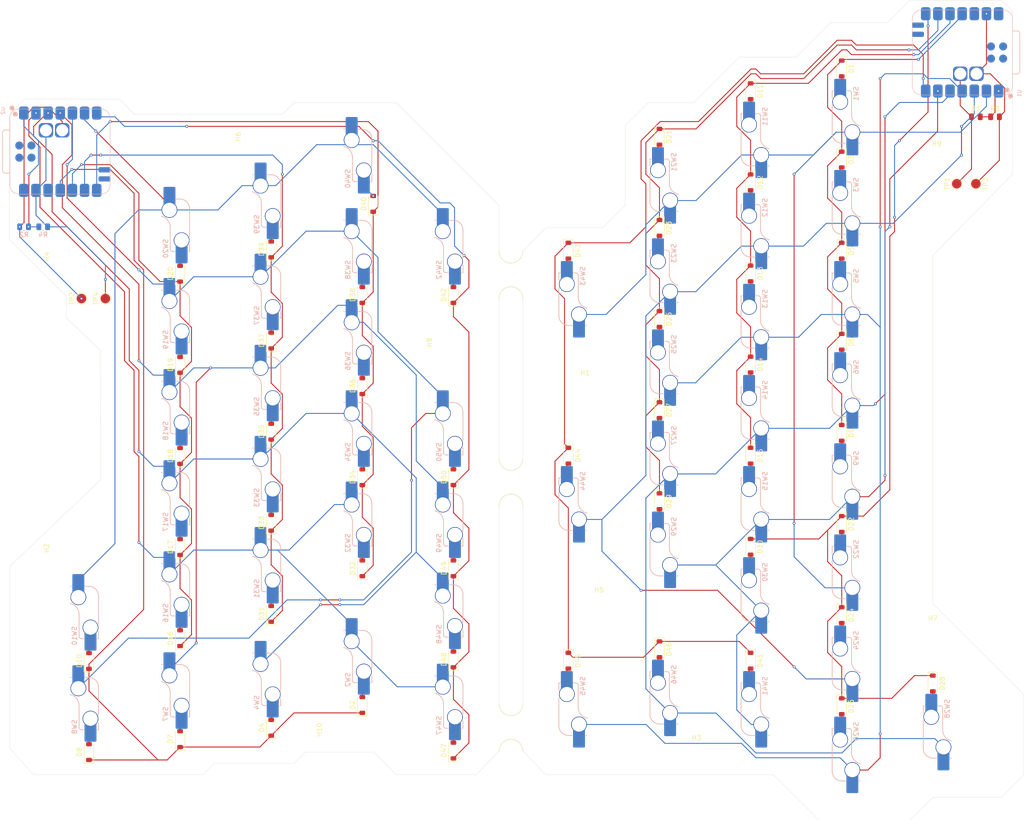
<source format=kicad_pcb>
(kicad_pcb (version 20241229) (generator "pcbnew") (generator_version "9.0")
  (layers (0 "F.Cu" signal) (2 "B.Cu" signal) (13 "F.Paste" user) (15 "B.Paste" user) (5 "F.SilkS" user "F.Silkscreen") (7 "B.SilkS" user "B.Silkscreen") (1 "F.Mask" user) (3 "B.Mask" user) (25 "Edge.Cuts" user))
  (net 0 "")
  (net 1 "/Right/ROW0")
  (net 2 "Net-(D1-A)")
  (net 3 "Net-(D2-A)")
  (net 4 "/Left/ROW0")
  (net 5 "Net-(D3-A)")
  (net 6 "Net-(D4-A)")
  (net 7 "Net-(D5-A)")
  (net 8 "Net-(D6-A)")
  (net 9 "Net-(D7-A)")
  (net 10 "Net-(D8-A)")
  (net 11 "Net-(D9-A)")
  (net 12 "Net-(D10-A)")
  (net 13 "/Right/ROW1")
  (net 14 "Net-(D11-A)")
  (net 15 "Net-(D12-A)")
  (net 16 "Net-(D13-A)")
  (net 17 "Net-(D14-A)")
  (net 18 "Net-(D15-A)")
  (net 19 "/Left/ROW1")
  (net 20 "Net-(D16-A)")
  (net 21 "Net-(D17-A)")
  (net 22 "Net-(D18-A)")
  (net 23 "Net-(D19-A)")
  (net 24 "Net-(D20-A)")
  (net 25 "Net-(D21-A)")
  (net 26 "/Right/ROW2")
  (net 27 "Net-(D22-A)")
  (net 28 "/Right/ROW3")
  (net 29 "Net-(D23-A)")
  (net 30 "Net-(D24-A)")
  (net 31 "Net-(D25-A)")
  (net 32 "Net-(D26-A)")
  (net 33 "Net-(D27-A)")
  (net 34 "Net-(D28-A)")
  (net 35 "Net-(D29-A)")
  (net 36 "Net-(D30-A)")
  (net 37 "/Left/ROW2")
  (net 38 "Net-(D31-A)")
  (net 39 "/Left/ROW3")
  (net 40 "Net-(D32-A)")
  (net 41 "Net-(D33-A)")
  (net 42 "Net-(D34-A)")
  (net 43 "Net-(D35-A)")
  (net 44 "Net-(D36-A)")
  (net 45 "Net-(D37-A)")
  (net 46 "Net-(D38-A)")
  (net 47 "Net-(D39-A)")
  (net 48 "Net-(D40-A)")
  (net 49 "/Right/ROW4")
  (net 50 "Net-(D41-A)")
  (net 51 "/Left/ROW4")
  (net 52 "Net-(D42-A)")
  (net 53 "/Right/BATPIN")
  (net 54 "/Right/VBAT")
  (net 55 "/Left/VBAT")
  (net 56 "/Left/BATPIN")
  (net 57 "GND")
  (net 58 "/Right/COL0")
  (net 59 "/Left/COL0")
  (net 60 "/Right/COL1")
  (net 61 "/Left/COL1")
  (net 62 "/Right/COL2")
  (net 63 "/Right/COL3")
  (net 64 "/Left/COL2")
  (net 65 "/Left/COL3")
  (net 66 "/Right/COL4")
  (net 67 "/Left/COL4")
  (net 84 "Net-(D43-A)")
  (net 85 "Net-(D44-A)")
  (net 86 "Net-(D45-A)")
  (net 87 "Net-(D46-A)")
  (net 88 "Net-(D47-A)")
  (net 89 "Net-(D48-A)")
  (net 90 "Net-(D49-A)")
  (net 91 "Net-(D50-A)")
  (footprint "Diode_SMD:D_SOD-123" (layer "F.Cu") (at 252.9475 66.94 -90)
    (property "Reference" "D3")
    (property "Value" "D")
  )
  (footprint "Diode_SMD:D_SOD-123" (layer "F.Cu") (at 252.9475 85.99 -90)
    (property "Reference" "D5")
    (property "Value" "D")
  )
  (footprint "Diode_SMD:D_SOD-123" (layer "F.Cu") (at 233.8975 171.715 -90)
    (property "Reference" "D41")
    (property "Value" "D")
  )
  (footprint "Diode_SMD:D_SOD-123" (layer "F.Cu") (at 171.7675 95.25 90)
    (property "Reference" "D42")
    (property "Value" "D")
  )
  (footprint "TestPoint:TestPoint_Pad_D2.0mm" (layer "F.Cu") (at 277 72 -90)
    (property "Reference" "TP1")
    (property "Value" "TestPoint")
  )
  (footprint "MountingHole:MountingHole_3.2mm_M3" (layer "F.Cu") (at 222.6 192)
    (property "Reference" "H3")
    (property "Value" "MountingHole")
  )
  (footprint "Diode_SMD:D_SOD-123" (layer "F.Cu") (at 152.7175 152.4 90)
    (property "Reference" "D32")
    (property "Value" "D")
  )
  (footprint "Diode_SMD:D_SOD-123" (layer "F.Cu") (at 114.6175 188.11875 90)
    (property "Reference" "D7")
    (property "Value" "D")
  )
  (footprint "Diode_SMD:D_SOD-123" (layer "F.Cu") (at 114.6175 167.005 90)
    (property "Reference" "D16")
    (property "Value" "D")
  )
  (footprint "Diode_SMD:D_SOD-123" (layer "F.Cu") (at 214.8475 62.1775 -90)
    (property "Reference" "D21")
    (property "Value" "D")
  )
  (footprint "Diode_SMD:D_SOD-123" (layer "F.Cu") (at 155 76.2 90)
    (property "Reference" "D40")
    (property "Value" "D")
  )
  (footprint "Diode_SMD:D_SOD-123" (layer "F.Cu") (at 252.9475 143.14 -90)
    (property "Reference" "D22")
    (property "Value" "D")
  )
  (footprint "Diode_SMD:D_SOD-123" (layer "F.Cu") (at 214.8475 138.3775 -90)
    (property "Reference" "D29")
    (property "Value" "D")
  )
  (footprint "Diode_SMD:D_SOD-123" (layer "F.Cu") (at 114.6175 147.955 90)
    (property "Reference" "D17")
    (property "Value" "D")
  )
  (footprint "Diode_SMD:D_SOD-123" (layer "F.Cu") (at 95.5675 171.7675 90)
    (property "Reference" "D10")
    (property "Value" "D")
  )
  (footprint "Diode_SMD:D_SOD-123" (layer "F.Cu") (at 233.8975 71.7025 -90)
    (property "Reference" "D12")
    (property "Value" "D")
  )
  (footprint "Diode_SMD:D_SOD-123" (layer "F.Cu") (at 171.7675 152.4 90)
    (property "Reference" "D49")
    (property "Value" "D")
  )
  (footprint "Diode_SMD:D_SOD-123" (layer "F.Cu") (at 214.8475 119.3275 -90)
    (property "Reference" "D27")
    (property "Value" "D")
  )
  (footprint "Diode_SMD:D_SOD-123" (layer "F.Cu") (at 95.5675 190.8175 90)
    (property "Reference" "D8")
    (property "Value" "D")
  )
  (footprint "Diode_SMD:D_SOD-123" (layer "F.Cu") (at 171.7675 171.45 90)
    (property "Reference" "D48")
    (property "Value" "D")
  )
  (footprint "Diode_SMD:D_SOD-123" (layer "F.Cu") (at 252.9475 124.09 -90)
    (property "Reference" "D9")
    (property "Value" "D")
  )
  (footprint "TestPoint:TestPoint_Pad_D2.0mm" (layer "F.Cu") (at 281 72 -90)
    (property "Reference" "TP3")
    (property "Value" "TestPoint")
  )
  (footprint "Diode_SMD:D_SOD-123" (layer "F.Cu") (at 114.6175 109.855 90)
    (property "Reference" "D19")
    (property "Value" "D")
  )
  (footprint "Diode_SMD:D_SOD-123" (layer "F.Cu") (at 233.8975 147.9025 -90)
    (property "Reference" "D30")
    (property "Value" "D")
  )
  (footprint "Diode_SMD:D_SOD-123" (layer "F.Cu") (at 133.6675 142.875 90)
    (property "Reference" "D33")
    (property "Value" "D")
  )
  (footprint "Diode_SMD:D_SOD-123" (layer "F.Cu") (at 214.8475 169.33375 -90)
    (property "Reference" "D46")
    (property "Value" "D")
  )
  (footprint "MountingHole:MountingHole_3.2mm_M3" (layer "F.Cu") (at 202.2 161.1)
    (property "Reference" "H5")
    (property "Value" "MountingHole")
  )
  (footprint "Diode_SMD:D_SOD-123" (layer "F.Cu") (at 252.9475 181.24 -90)
    (property "Reference" "D26")
    (property "Value" "D")
  )
  (footprint "MountingHole:MountingHole_3.2mm_M3" (layer "F.Cu") (at 147.8925 186.175 90)
    (property "Reference" "H10")
    (property "Value" "MountingHole")
  )
  (footprint "Diode_SMD:D_SOD-123" (layer "F.Cu") (at 252.9475 162.19 -90)
    (property "Reference" "D24")
    (property "Value" "D")
  )
  (footprint "Diode_SMD:D_SOD-123" (layer "F.Cu") (at 214.8475 100.2775 -90)
    (property "Reference" "D25")
    (property "Value" "D")
  )
  (footprint "Diode_SMD:D_SOD-123" (layer "F.Cu") (at 133.6675 123.825 90)
    (property "Reference" "D35")
    (property "Value" "D")
  )
  (footprint "MountingHole:MountingHole_3.2mm_M3" (layer "F.Cu") (at 90.8925 87.175 90)
    (property "Reference" "H4")
    (property "Value" "MountingHole")
  )
  (footprint "Diode_SMD:D_SOD-123" (layer "F.Cu") (at 252.9475 47.89 -90)
    (property "Reference" "D1")
    (property "Value" "D")
  )
  (footprint "Diode_SMD:D_SOD-123" (layer "F.Cu") (at 271.9975 176.4775 -90)
    (property "Reference" "D28")
    (property "Value" "D")
  )
  (footprint "Diode_SMD:D_SOD-123" (layer "F.Cu") (at 233.8975 128.8525 -90)
    (property "Reference" "D15")
    (property "Value" "D")
  )
  (footprint "Diode_SMD:D_SOD-123" (layer "F.Cu") (at 114.6175 128.905 90)
    (property "Reference" "D18")
    (property "Value" "D")
  )
  (footprint "Diode_SMD:D_SOD-123" (layer "F.Cu") (at 171.7675 190.5 90)
    (property "Reference" "D47")
    (property "Value" "D")
  )
  (footprint "Diode_SMD:D_SOD-123" (layer "F.Cu") (at 233.8975 52.6525 -90)
    (property "Reference" "D11")
    (property "Value" "D")
  )
  (footprint "MountingHole:MountingHole_3.2mm_M3" (layer "F.Cu") (at 271.9975 167)
    (property "Reference" "H7")
    (property "Value" "MountingHole")
  )
  (footprint "Diode_SMD:D_SOD-123" (layer "F.Cu") (at 195.7975 128.8525 -90)
    (property "Reference" "D44")
    (property "Value" "D")
  )
  (footprint "mousebites:mouse-bite-5mm-slot" (layer "F.Cu") (at 183.78 134.43 90)
    (property "Reference" "BO2" (hide yes))
    (property "Value" "break off" (hide yes))
  )
  (footprint "Diode_SMD:D_SOD-123" (layer "F.Cu") (at 152.7175 114.3 90)
    (property "Reference" "D36")
    (property "Value" "D")
  )
  (footprint "MountingHole:MountingHole_3.2mm_M3" (layer "F.Cu") (at 90.8925 148.175 90)
    (property "Reference" "H2")
    (property "Value" "MountingHole")
  )
  (footprint "Diode_SMD:D_SOD-123" (layer "F.Cu") (at 152.7175 133.35 90)
    (property "Reference" "D34")
    (property "Value" "D")
  )
  (footprint "Diode_SMD:D_SOD-123" (layer "F.Cu") (at 133.6675 104.775 90)
    (property "Reference" "D37")
    (property "Value" "D")
  )
  (footprint "Diode_SMD:D_SOD-123" (layer "F.Cu") (at 195.7975 171.715 -90)
    (property "Reference" "D45")
    (property "Value" "D")
  )
  (footprint "Resistor_SMD:R_0805_2012Metric" (layer "F.Cu") (at 281 58)
    (property "Reference" "R1")
    (property "Value" "806K")
  )
  (footprint "Diode_SMD:D_SOD-123" (layer "F.Cu") (at 233.8975 90.7525 -90)
    (property "Reference" "D13")
    (property "Value" "D")
  )
  (footprint "Diode_SMD:D_SOD-123" (layer "F.Cu") (at 152.7175 180.975 90)
    (property "Reference" "D2")
    (property "Value" "D")
  )
  (footprint "MountingHole:MountingHole_3.2mm_M3" (layer "F.Cu") (at 130.8925 62.175 90)
    (property "Reference" "H6")
    (property "Value" "MountingHole")
  )
  (footprint "mousebites:mouse-bite-5mm-slot" (layer "F.Cu") (at 183.77 91.05 -90)
    (property "Reference" "BO3" (hide yes))
    (property "Value" "break off" (hide yes))
  )
  (footprint "Diode_SMD:D_SOD-123" (layer "F.Cu") (at 252.9475 105.04 -90)
    (property "Reference" "D6")
    (property "Value" "D")
  )
  (footprint "MountingHole:MountingHole_3.2mm_M3" (layer "F.Cu") (at 272.8 67.8)
    (property "Reference" "H9")
    (property "Value" "MountingHole")
  )
  (footprint "Diode_SMD:D_SOD-123" (layer "F.Cu") (at 214.8475 81.2275 -90)
    (property "Reference" "D23")
    (property "Value" "D")
  )
  (footprint "Resistor_SMD:R_0805_2012Metric" (layer "F.Cu") (at 285 58)
    (property "Reference" "R3")
    (property "Value" "2M")
  )
  (footprint "Diode_SMD:D_SOD-123" (layer "F.Cu") (at 233.8975 109.8025 -90)
    (property "Reference" "D14")
    (property "Value" "D")
  )
  (footprint "MountingHole:MountingHole_3.2mm_M3" (layer "F.Cu") (at 199.3 115.7)
    (property "Reference" "H1")
    (property "Value" "MountingHole")
  )
  (footprint "MountingHole:MountingHole_3.2mm_M3" (layer "F.Cu") (at 170.8925 105.175 90)
    (property "Reference" "H8")
    (property "Value" "MountingHole")
  )
  (footprint "Diode_SMD:D_SOD-123" (layer "F.Cu") (at 195.7975 85.99 -90)
    (property "Reference" "D43")
    (property "Value" "D")
  )
  (footprint "Diode_SMD:D_SOD-123" (layer "F.Cu") (at 171.7675 133.35 90)
    (property "Reference" "D50")
    (property "Value" "D")
  )
  (footprint "Diode_SMD:D_SOD-123" (layer "F.Cu") (at 152.7175 95.25 90)
    (property "Reference" "D38")
    (property "Value" "D")
  )
  (footprint "Diode_SMD:D_SOD-123" (layer "F.Cu") (at 133.6675 185.7375 90)
    (property "Reference" "D4")
    (property "Value" "D")
  )
  (footprint "TestPoint:TestPoint_Pad_D2.0mm" (layer "F.Cu") (at 99 96 90)
    (property "Reference" "TP4")
    (property "Value" "TestPoint")
  )
  (footprint "Diode_SMD:D_SOD-123" (layer "F.Cu") (at 114.6175 90.805 90)
    (property "Reference" "D20")
    (property "Value" "D")
  )
  (footprint "Diode_SMD:D_SOD-123" (layer "F.Cu") (at 133.6675 161.925 90)
    (property "Reference" "D31")
    (property "Value" "D")
  )
  (footprint "Diode_SMD:D_SOD-123" (layer "F.Cu") (at 133.6675 85.725 90)
    (property "Reference" "D39")
    (property "Value" "D")
  )
  (footprint "mousebites:mouse-bite-5mm-slot" (layer "F.Cu") (at 183.79 185.71 90)
    (property "Reference" "BO1" (hide yes))
    (property "Value" "break off" (hide yes))
  )
  (footprint "TestPoint:TestPoint_Pad_D2.0mm" (layer "F.Cu") (at 94 96 90)
    (property "Reference" "TP2")
    (property "Value" "TestPoint")
  )
  (footprint "marbastlib:SW_MX_HS_CPG151101S11_1u" (layer "B.Cu") (at 200.56 95.515 -90)
    (property "Reference" "SW43")
    (property "Value" "SW_Push")
  )
  (footprint "marbastlib:SW_MX_HS_CPG151101S11_1u" (layer "B.Cu") (at 90.805 162.2425 90)
    (property "Reference" "SW10")
    (property "Value" "SW_Push")
  )
  (footprint "marbastlib:SW_MX_HS_CPG151101S11_1u" (layer "B.Cu") (at 219.61 109.8025 -90)
    (property "Reference" "SW25")
    (property "Value" "SW_Push")
  )
  (footprint "MITO:modified-XIAO-nRF52840-SMD" (layer "B.Cu") (at 89.5685 65.325 -90)
    (property "Reference" "U2")
    (property "Value" "XIAO-nRF52840-SMD")
  )
  (footprint "marbastlib:SW_MX_HS_CPG151101S11_1u" (layer "B.Cu") (at 167.005 85.725 90)
    (property "Reference" "SW42")
    (property "Value" "SW_Push")
  )
  (footprint "marbastlib:SW_MX_HS_CPG151101S11_1u" (layer "B.Cu") (at 257.71 190.765 -90)
    (property "Reference" "SW26")
    (property "Value" "SW_Push")
  )
  (footprint "marbastlib:SW_MX_HS_CPG151101S11_1u" (layer "B.Cu") (at 109.855 81.28 90)
    (property "Reference" "SW20")
    (property "Value" "SW_Push")
  )
  (footprint "marbastlib:SW_MX_HS_CPG151101S11_1u" (layer "B.Cu") (at 238.66 81.2275 -90)
    (property "Reference" "SW12")
    (property "Value" "SW_Push")
  )
  (footprint "marbastlib:SW_MX_HS_CPG151101S11_1u" (layer "B.Cu") (at 167.005 123.825 90)
    (property "Reference" "SW50")
    (property "Value" "SW_Push")
  )
  (footprint "marbastlib:SW_MX_HS_CPG151101S11_1u" (layer "B.Cu") (at 238.66 181.24 -90)
    (property "Reference" "SW41")
    (property "Value" "SW_Push")
  )
  (footprint "Resistor_SMD:R_0805_2012Metric" (layer "B.Cu") (at 86 81)
    (property "Reference" "R4")
    (property "Value" "2M")
  )
  (footprint "marbastlib:SW_MX_HS_CPG151101S11_1u" (layer "B.Cu") (at 219.61 71.7025 -90)
    (property "Reference" "SW21")
    (property "Value" "SW_Push")
  )
  (footprint "marbastlib:SW_MX_HS_CPG151101S11_1u" (layer "B.Cu") (at 219.61 147.9025 -90)
    (property "Reference" "SW29")
    (property "Value" "SW_Push")
  )
  (footprint "marbastlib:SW_MX_HS_CPG151101S11_1u" (layer "B.Cu") (at 276.76 186.0025 -90)
    (property "Reference" "SW28")
    (property "Value" "SW_Push")
  )
  (footprint "marbastlib:SW_MX_HS_CPG151101S11_1u" (layer "B.Cu") (at 147.955 123.825 90)
    (property "Reference" "SW34")
    (property "Value" "SW_Push")
  )
  (footprint "marbastlib:SW_MX_HS_CPG151101S11_1u" (layer "B.Cu") (at 238.66 119.3275 -90)
    (property "Reference" "SW14")
    (property "Value" "SW_Push")
  )
  (footprint "marbastlib:SW_MX_HS_CPG151101S11_1u" (layer "B.Cu") (at 200.56 138.3775 -90)
    (property "Reference" "SW44")
    (property "Value" "SW_Push")
  )
  (footprint "marbastlib:SW_MX_HS_CPG151101S11_1u" (layer "B.Cu") (at 257.71 57.415 -90)
    (property "Reference" "SW1")
    (property "Value" "SW_Push")
  )
  (footprint "marbastlib:SW_MX_HS_CPG151101S11_1u" (layer "B.Cu") (at 128.905 176.2125 90)
    (property "Reference" "SW4")
    (property "Value" "SW_Push")
  )
  (footprint "marbastlib:SW_MX_HS_CPG151101S11_1u" (layer "B.Cu") (at 147.955 104.775 90)
    (property "Reference" "SW36")
    (property "Value" "SW_Push")
  )
  (footprint "marbastlib:SW_MX_HS_CPG151101S11_1u" (layer "B.Cu") (at 219.61 178.85875 -90)
    (property "Reference" "SW46")
    (property "Value" "SW_Push")
  )
  (footprint "marbastlib:SW_MX_HS_CPG151101S11_1u" (layer "B.Cu") (at 128.905 95.25 90)
    (property "Reference" "SW37")
    (property "Value" "SW_Push")
  )
  (footprint "marbastlib:SW_MX_HS_CPG151101S11_1u" (layer "B.Cu") (at 147.955 85.725 90)
    (property "Reference" "SW38")
    (property "Value" "SW_Push")
  )
  (footprint "Resistor_SMD:R_0805_2012Metric" (layer "B.Cu") (at 82 81)
    (property "Reference" "R2")
    (property "Value" "806K")
  )
  (footprint "marbastlib:SW_MX_HS_CPG151101S11_1u" (layer "B.Cu") (at 238.66 157.4275 -90)
    (property "Reference" "SW30")
    (property "Value" "SW_Push")
  )
  (footprint "marbastlib:SW_MX_HS_CPG151101S11_1u" (layer "B.Cu") (at 167.005 180.975 90)
    (property "Reference" "SW47")
    (property "Value" "SW_Push")
  )
  (footprint "marbastlib:SW_MX_HS_CPG151101S11_1u" (layer "B.Cu") (at 109.855 100.33 90)
    (property "Reference" "SW19")
    (property "Value" "SW_Push")
  )
  (footprint "marbastlib:SW_MX_HS_CPG151101S11_1u" (layer "B.Cu") (at 257.71 114.565 -90)
    (property "Reference" "SW6")
    (property "Value" "SW_Push")
  )
  (footprint "marbastlib:SW_MX_HS_CPG151101S11_1u" (layer "B.Cu") (at 109.855 138.43 90)
    (property "Reference" "SW17")
    (property "Value" "SW_Push")
  )
  (footprint "marbastlib:SW_MX_HS_CPG151101S11_1u" (layer "B.Cu") (at 109.855 178.59375 90)
    (property "Reference" "SW7")
    (property "Value" "SW_Push")
  )
  (footprint "marbastlib:SW_MX_HS_CPG151101S11_1u" (layer "B.Cu") (at 128.905 76.2 90)
    (property "Reference" "SW39")
    (property "Value" "SW_Push")
  )
  (footprint "marbastlib:SW_MX_HS_CPG151101S11_1u" (layer "B.Cu") (at 109.855 157.48 90)
    (property "Reference" "SW16")
    (property "Value" "SW_Push")
  )
  (footprint "marbastlib:SW_MX_HS_CPG151101S11_1u" (layer "B.Cu") (at 128.905 152.4 90)
    (property "Reference" "SW31")
    (property "Value" "SW_Push")
  )
  (footprint "marbastlib:SW_MX_HS_CPG151101S11_1u" (layer "B.Cu") (at 167.005 142.875 90)
    (property "Reference" "SW49")
    (property "Value" "SW_Push")
  )
  (footprint "marbastlib:SW_MX_HS_CPG151101S11_1u" (layer "B.Cu") (at 200.56 181.24 -90)
    (property "Reference" "SW45")
    (property "Value" "SW_Push")
  )
  (footprint "marbastlib:SW_MX_HS_CPG151101S11_1u" (layer "B.Cu") (at 109.855 119.38 90)
    (property "Reference" "SW18")
    (property "Value" "SW_Push")
  )
  (footprint "marbastlib:SW_MX_HS_CPG151101S11_1u" (layer "B.Cu") (at 219.61 128.8525 -90)
    (property "Reference" "SW27")
    (property "Value" "SW_Push")
  )
  (footprint "marbastlib:SW_MX_HS_CPG151101S11_1u" (layer "B.Cu") (at 257.71 152.665 -90)
    (property "Reference" "SW22")
    (property "Value" "SW_Push")
  )
  (footprint "marbastlib:SW_MX_HS_CPG151101S11_1u" (layer "B.Cu") (at 257.71 76.465 -90)
    (property "Reference" "SW3")
    (property "Value" "SW_Push")
  )
  (footprint "marbastlib:SW_MX_HS_CPG151101S11_1u" (layer "B.Cu") (at 128.905 133.35 90)
    (property "Reference" "SW33")
    (property "Value" "SW_Push")
  )
  (footprint "marbastlib:SW_MX_HS_CPG151101S11_1u" (layer "B.Cu") (at 219.61 90.7525 -90)
    (property "Reference" "SW23")
    (property "Value" "SW_Push")
  )
  (footprint "marbastlib:SW_MX_HS_CPG151101S11_1u" (layer "B.Cu") (at 90.805 181.2925 90)
    (property "Reference" "SW8")
    (property "Value" "SW_Push")
  )
  (footprint "marbastlib:SW_MX_HS_CPG151101S11_1u" (layer "B.Cu") (at 147.955 142.875 90)
    (property "Reference" "SW32")
    (property "Value" "SW_Push")
  )
  (footprint "marbastlib:SW_MX_HS_CPG151101S11_1u" (layer "B.Cu") (at 257.71 133.615 -90)
    (property "Reference" "SW9")
    (property "Value" "SW_Push")
  )
  (footprint "marbastlib:SW_MX_HS_CPG151101S11_1u" (layer "B.Cu") (at 128.905 114.3 90)
    (property "Reference" "SW35")
    (property "Value" "SW_Push")
  )
  (footprint "marbastlib:SW_MX_HS_CPG151101S11_1u" (layer "B.Cu") (at 257.71 171.715 -90)
    (property "Reference" "SW24")
    (property "Value" "SW_Push")
  )
  (footprint "marbastlib:SW_MX_HS_CPG151101S11_1u" (layer "B.Cu") (at 238.66 100.2775 -90)
    (property "Reference" "SW13")
    (property "Value" "SW_Push")
  )
  (footprint "MITO:modified-XIAO-nRF52840-SMD" (layer "B.Cu") (at 278.1315 44.50125 90)
    (property "Reference" "U1")
    (property "Value" "XIAO-nRF52840-SMD")
  )
  (footprint "marbastlib:SW_MX_HS_CPG151101S11_1u" (layer "B.Cu") (at 167.005 161.925 90)
    (property "Reference" "SW48")
    (property "Value" "SW_Push")
  )
  (footprint "marbastlib:SW_MX_HS_CPG151101S11_1u" (layer "B.Cu") (at 238.66 138.3775 -90)
    (property "Reference" "SW15")
    (property "Value" "SW_Push")
  )
  (footprint "marbastlib:SW_MX_HS_CPG151101S11_1u" (layer "B.Cu") (at 257.71 95.515 -90)
    (property "Reference" "SW5")
    (property "Value" "SW_Push")
  )
  (footprint "marbastlib:SW_MX_HS_CPG151101S11_1u" (layer "B.Cu") (at 147.95 66.675 90)
    (property "Reference" "SW40")
    (property "Value" "SW_Push")
  )
  (footprint "marbastlib:SW_MX_HS_CPG151101S11_1u" (layer "B.Cu") (at 238.66 62.1775 -90)
    (property "Reference" "SW11")
    (property "Value" "SW_Push")
  )
  (footprint "marbastlib:SW_MX_HS_CPG151101S11_1u" (layer "B.Cu") (at 147.955 171.45 90)
    (property "Reference" "SW2")
    (property "Value" "SW_Push")
  )
  (gr_line (start 78.89875 57.4675) (end 78.89875 83.66125) (stroke (width 0.05)) (layer "Edge.Cuts"))
  (gr_line (start 140.81125 190.8175) (end 155.09875 190.8175) (stroke (width 0.05)) (layer "Edge.Cuts"))
  (gr_line (start 181.3 139.3) (end 181.3 180.7) (stroke (width 0.05)) (layer "Edge.Cuts"))
  (gr_line (start 181.2925 76.5175) (end 181.3 86.1) (stroke (width 0.05)) (layer "Edge.Cuts"))
  (gr_line (start 138.43 55.08625) (end 136.04875 57.4675) (stroke (width 0.05)) (layer "Edge.Cuts"))
  (gr_arc (start 181.3 139.3) (mid 183.8 136.8) (end 186.3 139.3) (stroke (width 0.05)) (layer "Edge.Cuts"))
  (gr_arc (start 186.3 86.1) (mid 183.8 88.6) (end 181.3 86.1) (stroke (width 0.05)) (layer "Edge.Cuts"))
  (gr_line (start 191.035 81.2275) (end 186.3 86.1) (stroke (width 0.05)) (layer "Edge.Cuts"))
  (gr_line (start 207.70375 59.79625) (end 207.70375 76.465) (stroke (width 0.05)) (layer "Edge.Cuts"))
  (gr_arc (start 186.3 129.4) (mid 183.8 131.9) (end 181.3 129.4) (stroke (width 0.05)) (layer "Edge.Cuts"))
  (gr_line (start 250.56625 38.365) (end 243.4225 45.50875) (stroke (width 0.05)) (layer "Edge.Cuts"))
  (gr_line (start 288.66625 55.03375) (end 288.66625 35.98375) (stroke (width 0.05)) (layer "Edge.Cuts"))
  (gr_line (start 221.99125 55.03375) (end 212.46625 55.03375) (stroke (width 0.05)) (layer "Edge.Cuts"))
  (gr_line (start 181.3 129.4) (end 181.3 96) (stroke (width 0.05)) (layer "Edge.Cuts"))
  (gr_line (start 267.235 205.0525) (end 271.9975 200.29) (stroke (width 0.05)) (layer "Edge.Cuts"))
  (gr_line (start 286.285 33.6025) (end 267.235 33.6025) (stroke (width 0.05)) (layer "Edge.Cuts"))
  (gr_line (start 79 152) (end 79 190) (stroke (width 0.05)) (layer "Edge.Cuts"))
  (gr_line (start 79 190) (end 84 195.58) (stroke (width 0.05)) (layer "Edge.Cuts"))
  (gr_line (start 176.53 195.58) (end 181.3 190.6) (stroke (width 0.05)) (layer "Edge.Cuts"))
  (gr_line (start 101.960853 54.301308) (end 82.089447 54.276803) (stroke (width 0.05)) (layer "Edge.Cuts"))
  (gr_line (start 181.2925 76.5175) (end 159.86125 55.08625) (stroke (width 0.05)) (layer "Edge.Cuts"))
  (gr_line (start 267.235 33.6025) (end 262.4725 38.365) (stroke (width 0.05)) (layer "Edge.Cuts"))
  (gr_line (start 272 87) (end 288.66625 70) (stroke (width 0.05)) (layer "Edge.Cuts"))
  (gr_line (start 136.04875 57.4675) (end 105.0925 57.4675) (stroke (width 0.05)) (layer "Edge.Cuts"))
  (gr_line (start 271.9975 200.29) (end 286.285 200.29) (stroke (width 0.05)) (layer "Edge.Cuts"))
  (gr_line (start 212.46625 55.03375) (end 207.70375 59.79625) (stroke (width 0.05)) (layer "Edge.Cuts"))
  (gr_line (start 97.940943 106.804236) (end 98.029737 133.865632) (stroke (width 0.05)) (layer "Edge.Cuts"))
  (gr_line (start 231.51625 45.50875) (end 221.99125 55.03375) (stroke (width 0.05)) (layer "Edge.Cuts"))
  (gr_line (start 105.0925 57.4675) (end 101.960853 54.301308) (stroke (width 0.05)) (layer "Edge.Cuts"))
  (gr_line (start 90.805 100) (end 97.940943 106.804236) (stroke (width 0.05)) (layer "Edge.Cuts"))
  (gr_line (start 262.4725 38.365) (end 250.56625 38.365) (stroke (width 0.05)) (layer "Edge.Cuts"))
  (gr_line (start 291.0475 195.5275) (end 291.0475 178.85875) (stroke (width 0.05)) (layer "Edge.Cuts"))
  (gr_line (start 155.09875 190.8175) (end 159.86125 195.58) (stroke (width 0.05)) (layer "Edge.Cuts"))
  (gr_line (start 271.9975 159.80875) (end 271.9975 87) (stroke (width 0.05)) (layer "Edge.Cuts"))
  (gr_arc (start 181.3 96) (mid 183.8 93.5) (end 186.3 96) (stroke (width 0.05)) (layer "Edge.Cuts"))
  (gr_line (start 90.805 95.5675) (end 90.805 100) (stroke (width 0.05)) (layer "Edge.Cuts"))
  (gr_line (start 121.76125 193.19875) (end 138.43 193.19875) (stroke (width 0.05)) (layer "Edge.Cuts"))
  (gr_line (start 78.89875 83.66125) (end 90.805 95.5675) (stroke (width 0.05)) (layer "Edge.Cuts"))
  (gr_line (start 288.66625 35.98375) (end 286.285 33.6025) (stroke (width 0.05)) (layer "Edge.Cuts"))
  (gr_line (start 286.285 200.29) (end 291.0475 195.5275) (stroke (width 0.05)) (layer "Edge.Cuts"))
  (gr_line (start 138.43 193.19875) (end 140.81125 190.8175) (stroke (width 0.05)) (layer "Edge.Cuts"))
  (gr_line (start 119.38 195.58) (end 121.76125 193.19875) (stroke (width 0.05)) (layer "Edge.Cuts"))
  (gr_line (start 84 195.58) (end 119.38 195.58) (stroke (width 0.05)) (layer "Edge.Cuts"))
  (gr_line (start 238.66 195.5275) (end 248.185 205.0525) (stroke (width 0.05)) (layer "Edge.Cuts"))
  (gr_line (start 202.94125 81.2275) (end 191.035 81.2275) (stroke (width 0.05)) (layer "Edge.Cuts"))
  (gr_line (start 207.70375 76.465) (end 202.94125 81.2275) (stroke (width 0.05)) (layer "Edge.Cuts"))
  (gr_line (start 243.4225 45.50875) (end 231.51625 45.50875) (stroke (width 0.05)) (layer "Edge.Cuts"))
  (gr_line (start 291.0475 178.85875) (end 271.9975 159.80875) (stroke (width 0.05)) (layer "Edge.Cuts"))
  (gr_line (start 248.185 205.0525) (end 267.235 205.0525) (stroke (width 0.05)) (layer "Edge.Cuts"))
  (gr_line (start 159.86125 55.08625) (end 138.43 55.08625) (stroke (width 0.05)) (layer "Edge.Cuts"))
  (gr_line (start 288.66625 70) (end 288.66625 55.03375) (stroke (width 0.05)) (layer "Edge.Cuts"))
  (gr_line (start 79 152) (end 98.029737 133.865761) (stroke (width 0.05)) (layer "Edge.Cuts"))
  (gr_line (start 186.3 190.6) (end 191.035 195.5275) (stroke (width 0.05)) (layer "Edge.Cuts"))
  (gr_line (start 159.86125 195.58) (end 176.53 195.58) (stroke (width 0.05)) (layer "Edge.Cuts"))
  (gr_line (start 82.089447 54.276803) (end 78.89875 57.4675) (stroke (width 0.05)) (layer "Edge.Cuts"))
  (gr_line (start 186.3 139.3) (end 186.3 180.7) (stroke (width 0.05)) (layer "Edge.Cuts"))
  (gr_line (start 191.035 195.5275) (end 238.66 195.5275) (stroke (width 0.05)) (layer "Edge.Cuts"))
  (gr_arc (start 186.3 180.7) (mid 183.8 183.2) (end 181.3 180.7) (stroke (width 0.05)) (layer "Edge.Cuts"))
  (gr_arc (start 181.3 190.6) (mid 183.8 188.1) (end 186.3 190.6) (stroke (width 0.05)) (layer "Edge.Cuts"))
  (gr_line (start 186.3 96) (end 186.3 129.4) (stroke (width 0.05)) (layer "Edge.Cuts"))
  (segment (start 250 49.1875) (end 252.9475 46.24) (width 0.2) (layer "F.Cu") (net 1))
  (segment (start 252.9475 65.29) (end 252.9475 58.9475) (width 0.2) (layer "F.Cu") (net 1))
  (segment (start 253.1875 46) (end 269 46) (width 0.2) (layer "F.Cu") (net 1))
  (segment (start 252.9475 103.39) (end 252.9475 96.9475) (width 0.2) (layer "F.Cu") (net 1))
  (segment (start 250 75) (end 250 68.2375) (width 0.2) (layer "F.Cu") (net 1))
  (segment (start 250 113) (end 252.9475 115.9475) (width 0.2) (layer "F.Cu") (net 1))
  (segment (start 252.9475 96.9475) (end 250 94) (width 0.2) (layer "F.Cu") (net 1))
  (segment (start 252.9475 46.24) (end 253.1875 46) (width 0.2) (layer "F.Cu") (net 1))
  (segment (start 250 87.2875) (end 252.9475 84.34) (width 0.2) (layer "F.Cu") (net 1))
  (segment (start 252.9475 77.9475) (end 250 75) (width 0.2) (layer "F.Cu") (net 1))
  (segment (start 252.9475 58.9475) (end 250 56) (width 0.2) (layer "F.Cu") (net 1))
  (segment (start 252.9475 84.34) (end 252.9475 77.9475) (width 0.2) (layer "F.Cu") (net 1))
  (segment (start 250 56) (end 250 49.1875) (width 0.2) (layer "F.Cu") (net 1))
  (segment (start 252.9475 115.9475) (end 252.9475 122.44) (width 0.2) (layer "F.Cu") (net 1))
  (segment (start 252.9475 103.39) (end 250 106.3375) (width 0.2) (layer "F.Cu") (net 1))
  (segment (start 250 94) (end 250 87.2875) (width 0.2) (layer "F.Cu") (net 1))
  (segment (start 250 68.2375) (end 252.9475 65.29) (width 0.2) (layer "F.Cu") (net 1))
  (segment (start 250 106.3375) (end 250 113) (width 0.2) (layer "F.Cu") (net 1))
  (via (at 269 46) (size 0.6) (drill 0.3) (layers "F.Cu" "B.Cu") (net 1))
  (segment (start 278.1315 36.8685) (end 278.1315 36.44625) (width 0.2) (layer "B.Cu") (net 1))
  (segment (start 269 46) (end 278.1315 36.8685) (width 0.2) (layer "B.Cu") (net 1))
  (segment (start 252.63 54.875) (end 252.9475 54.5575) (width 0.2) (layer "F.Cu") (net 2))
  (segment (start 252.9475 54.5575) (end 252.9475 49.54) (width 0.2) (layer "F.Cu") (net 2))
  (segment (start 152.7175 179.325) (end 152.7175 174.3075) (width 0.2) (layer "F.Cu") (net 3))
  (segment (start 152.7175 174.3075) (end 153.035 173.99) (width 0.2) (layer "F.Cu") (net 3))
  (segment (start 114.6175 189.76875) (end 131.28625 189.76875) (width 0.2) (layer "F.Cu") (net 4))
  (segment (start 107 161) (end 107 90) (width 0.2) (layer "F.Cu") (net 4))
  (segment (start 105 88) (end 105 75.33375) (width 0.2) (layer "F.Cu") (net 4))
  (segment (start 105 75.33375) (end 105 74) (width 0.2) (layer "F.Cu") (net 4))
  (segment (start 105 74) (end 100 69) (width 0.2) (layer "F.Cu") (net 4))
  (segment (start 95.5675 172.4325) (end 107 161) (width 0.2) (layer "F.Cu") (net 4))
  (segment (start 95.5675 173.4175) (end 95.5675 178.035) (width 0.2) (layer "F.Cu") (net 4))
  (segment (start 133.6675 187.3875) (end 138.43 182.625) (width 0.2) (layer "F.Cu") (net 4))
  (segment (start 95.5675 178.035) (end 110 192.4675) (width 0.2) (layer "F.Cu") (net 4))
  (segment (start 111.91875 192.4675) (end 114.6175 189.76875) (width 0.2) (layer "F.Cu") (net 4))
  (segment (start 107 90) (end 105 88) (width 0.2) (layer "F.Cu") (net 4))
  (segment (start 95.5675 173.4175) (end 95.5675 172.4325) (width 0.2) (layer "F.Cu") (net 4))
  (segment (start 131.28625 189.76875) (end 133.6675 187.3875) (width 0.2) (layer "F.Cu") (net 4))
  (segment (start 110 192.4675) (end 111.91875 192.4675) (width 0.2) (layer "F.Cu") (net 4))
  (segment (start 138.43 182.625) (end 152.7175 182.625) (width 0.2) (layer "F.Cu") (net 4))
  (segment (start 100 69) (end 92 69) (width 0.2) (layer "F.Cu") (net 4))
  (segment (start 95.5675 192.4675) (end 110 192.4675) (width 0.2) (layer "F.Cu") (net 4))
  (via (at 92 69) (size 0.6) (drill 0.3) (layers "F.Cu" "B.Cu") (net 4))
  (segment (start 92 69) (end 89.5685 71.4315) (width 0.2) (layer "B.Cu") (net 4))
  (segment (start 89.5685 71.4315) (end 89.5685 73.38) (width 0.2) (layer "B.Cu") (net 4))
  (segment (start 252.63 73.925) (end 252.63 68.9075) (width 0.2) (layer "F.Cu") (net 5))
  (segment (start 252.63 68.9075) (end 252.9475 68.59) (width 0.2) (layer "F.Cu") (net 5))
  (segment (start 133.6675 179.07) (end 133.985 178.7525) (width 0.2) (layer "F.Cu") (net 6))
  (segment (start 133.6675 184.0875) (end 133.6675 179.07) (width 0.2) (layer "F.Cu") (net 6))
  (segment (start 252.63 87.9575) (end 252.9475 87.64) (width 0.2) (layer "F.Cu") (net 7))
  (segment (start 252.63 92.975) (end 252.63 87.9575) (width 0.2) (layer "F.Cu") (net 7))
  (segment (start 252.63 112.025) (end 252.9475 111.7075) (width 0.2) (layer "F.Cu") (net 8))
  (segment (start 252.9475 111.7075) (end 252.9475 106.69) (width 0.2) (layer "F.Cu") (net 8))
  (segment (start 114.6175 186.46875) (end 114.6175 181.45125) (width 0.2) (layer "F.Cu") (net 9))
  (segment (start 114.6175 181.45125) (end 114.935 181.13375) (width 0.2) (layer "F.Cu") (net 9))
  (segment (start 95.5675 189.1675) (end 95.5675 184.15) (width 0.2) (layer "F.Cu") (net 10))
  (segment (start 95.5675 184.15) (end 95.885 183.8325) (width 0.2) (layer "F.Cu") (net 10))
  (segment (start 252.9475 125.74) (end 252.9475 130.7575) (width 0.2) (layer "F.Cu") (net 11))
  (segment (start 252.9475 130.7575) (end 252.63 131.075) (width 0.2) (layer "F.Cu") (net 11))
  (segment (start 95.5675 170.1175) (end 95.5675 165.1) (width 0.2) (layer "F.Cu") (net 12))
  (segment (start 95.5675 165.1) (end 95.885 164.7825) (width 0.2) (layer "F.Cu") (net 12))
  (segment (start 233.8975 51.0025) (end 245.9975 51.0025) (width 0.2) (layer "F.Cu") (net 13))
  (segment (start 233.8975 127.2025) (end 233.8975 120.8975) (width 0.2) (layer "F.Cu") (net 13))
  (segment (start 245.9975 51.0025) (end 253 44) (width 0.2) (layer "F.Cu") (net 13))
  (segment (start 233.8975 101.8975) (end 231 99) (width 0.2) (layer "F.Cu") (net 13))
  (segment (start 233.8975 89.1025) (end 233.8975 81.8975) (width 0.2) (layer "F.Cu") (net 13))
  (segment (start 231 111.05) (end 233.8975 108.1525) (width 0.2) (layer "F.Cu") (net 13))
  (segment (start 231 118) (end 231 111.05) (width 0.2) (layer "F.Cu") (net 13))
  (segment (start 255 45) (end 268 45) (width 0.2) (layer "F.Cu") (net 13))
  (segment (start 233.8975 81.8975) (end 231 79) (width 0.2) (layer "F.Cu") (net 13))
  (segment (start 233.8975 62.8975) (end 231 60) (width 0.2) (layer "F.Cu") (net 13))
  (segment (start 231 60) (end 231 53.9) (width 0.2) (layer "F.Cu") (net 13))
  (segment (start 231 53.9) (end 233.8975 51.0025) (width 0.2) (layer "F.Cu") (net 13))
  (segment (start 231 99) (end 231 92) (width 0.2) (layer "F.Cu") (net 13))
  (segment (start 233.8975 108.1525) (end 233.8975 101.8975) (width 0.2) (layer "F.Cu") (net 13))
  (segment (start 231 92) (end 233.8975 89.1025) (width 0.2) (layer "F.Cu") (net 13))
  (segment (start 231 72.95) (end 233.8975 70.0525) (width 0.2) (layer "F.Cu") (net 13))
  (segment (start 254 44) (end 255 45) (width 0.2) (layer "F.Cu") (net 13))
  (segment (start 233.8975 70.0525) (end 233.8975 62.8975) (width 0.2) (layer "F.Cu") (net 13))
  (segment (start 231 79) (end 231 72.95) (width 0.2) (layer "F.Cu") (net 13))
  (segment (start 233.8975 120.8975) (end 231 118) (width 0.2) (layer "F.Cu") (net 13))
  (segment (start 253 44) (end 254 44) (width 0.2) (layer "F.Cu") (net 13))
  (via (at 268 45) (size 0.6) (drill 0.3) (layers "F.Cu" "B.Cu") (net 13))
  (segment (start 275.5915 38.4085) (end 275.5915 36.44625) (width 0.2) (layer "B.Cu") (net 13))
  (segment (start 269 45) (end 275.5915 38.4085) (width 0.2) (layer "B.Cu") (net 13))
  (segment (start 268 45) (end 269 45) (width 0.2) (layer "B.Cu") (net 13))
  (segment (start 233.58 59.6375) (end 233.8975 59.32) (width 0.2) (layer "F.Cu") (net 14))
  (segment (start 233.8975 59.32) (end 233.8975 54.3025) (width 0.2) (layer "F.Cu") (net 14))
  (segment (start 233.58 78.6875) (end 233.8975 78.37) (width 0.2) (layer "F.Cu") (net 15))
  (segment (start 233.8975 78.37) (end 233.8975 73.3525) (width 0.2) (layer "F.Cu") (net 15))
  (segment (start 233.8975 97.42) (end 233.8975 92.4025) (width 0.2) (layer "F.Cu") (net 16))
  (segment (start 233.58 97.7375) (end 233.8975 97.42) (width 0.2) (layer "F.Cu") (net 16))
  (segment (start 233.8975 116.47) (end 233.8975 111.4525) (width 0.2) (layer "F.Cu") (net 17))
  (segment (start 233.58 116.7875) (end 233.8975 116.47) (width 0.2) (layer "F.Cu") (net 17))
  (segment (start 233.58 135.8375) (end 233.8975 135.52) (width 0.2) (layer "F.Cu") (net 18))
  (segment (start 233.8975 135.52) (end 233.8975 130.5025) (width 0.2) (layer "F.Cu") (net 18))
  (segment (start 114.6175 92.455) (end 114.6175 99.6175) (width 0.2) (layer "F.Cu") (net 19))
  (segment (start 117 102) (end 117 109.1225) (width 0.2) (layer "F.Cu") (net 19))
  (segment (start 114.6175 111.505) (end 114.6175 118.6175) (width 0.2) (layer "F.Cu") (net 19))
  (segment (start 117 140) (end 117 147.2225) (width 0.2) (layer "F.Cu") (net 19))
  (segment (start 114.6175 149.605) (end 114.6175 156.6175) (width 0.2) (layer "F.Cu") (net 19))
  (segment (start 117 147.2225) (end 114.6175 149.605) (width 0.2) (layer "F.Cu") (net 19))
  (segment (start 114.6175 156.6175) (end 117 159) (width 0.2) (layer "F.Cu") (net 19))
  (segment (start 117 109.1225) (end 114.6175 111.505) (width 0.2) (layer "F.Cu") (net 19))
  (segment (start 114.6175 118.6175) (end 117 121) (width 0.2) (layer "F.Cu") (net 19))
  (segment (start 106 88) (end 110.455 92.455) (width 0.2) (layer "F.Cu") (net 19))
  (segment (start 106 74) (end 106 88) (width 0.2) (layer "F.Cu") (net 19))
  (segment (start 114.6175 137.6175) (end 117 140) (width 0.2) (layer "F.Cu") (net 19))
  (segment (start 117 166.2725) (end 114.6175 168.655) (width 0.2) (layer "F.Cu") (net 19))
  (segment (start 100 68) (end 94 68) (width 0.2) (layer "F.Cu") (net 19))
  (segment (start 114.6175 130.555) (end 114.6175 137.6175) (width 0.2) (layer "F.Cu") (net 19))
  (segment (start 117 128.1725) (end 114.6175 130.555) (width 0.2) (layer "F.Cu") (net 19))
  (segment (start 114.6175 99.6175) (end 117 102) (width 0.2) (layer "F.Cu") (net 19))
  (segment (start 110.455 92.455) (end 114.6175 92.455) (width 0.2) (layer "F.Cu") (net 19))
  (segment (start 117 121) (end 117 128.1725) (width 0.2) (layer "F.Cu") (net 19))
  (segment (start 117 159) (end 117 166.2725) (width 0.2) (layer "F.Cu") (net 19))
  (segment (start 106 74) (end 100 68) (width 0.2) (layer "F.Cu") (net 19))
  (via (at 94 68) (size 0.6) (drill 0.3) (layers "F.Cu" "B.Cu") (net 19))
  (segment (start 92.1085 69.8915) (end 92.1085 73.38) (width 0.2) (layer "B.Cu") (net 19))
  (segment (start 94 68) (end 92.1085 69.8915) (width 0.2) (layer "B.Cu") (net 19))
  (segment (start 114.6175 160.3375) (end 114.935 160.02) (width 0.2) (layer "F.Cu") (net 20))
  (segment (start 114.6175 165.355) (end 114.6175 160.3375) (width 0.2) (layer "F.Cu") (net 20))
  (segment (start 114.6175 146.305) (end 114.6175 141.2875) (width 0.2) (layer "F.Cu") (net 21))
  (segment (start 114.6175 141.2875) (end 114.935 140.97) (width 0.2) (layer "F.Cu") (net 21))
  (segment (start 114.6175 122.2375) (end 114.6175 127.255) (width 0.2) (layer "F.Cu") (net 22))
  (segment (start 114.935 121.92) (end 114.6175 122.2375) (width 0.2) (layer "F.Cu") (net 22))
  (segment (start 114.935 107.8875) (end 114.6175 108.205) (width 0.2) (layer "F.Cu") (net 23))
  (segment (start 114.935 102.87) (end 114.935 107.8875) (width 0.2) (layer "F.Cu") (net 23))
  (segment (start 114.6175 89.155) (end 114.6175 84.1375) (width 0.2) (layer "F.Cu") (net 24))
  (segment (start 114.6175 84.1375) (end 114.935 83.82) (width 0.2) (layer "F.Cu") (net 24))
  (segment (start 214.53 69.1625) (end 214.53 64.145) (width 0.2) (layer "F.Cu") (net 25))
  (segment (start 214.53 64.145) (end 214.8475 63.8275) (width 0.2) (layer "F.Cu") (net 25))
  (segment (start 214.8475 72.8475) (end 214.8475 79.5775) (width 0.2) (layer "F.Cu") (net 26))
  (segment (start 222.4725 60.5275) (end 234 49) (width 0.2) (layer "F.Cu") (net 26))
  (segment (start 255 43) (end 256 44) (width 0.2) (layer "F.Cu") (net 26))
  (segment (start 214.8475 91.8475) (end 212 89) (width 0.2) (layer "F.Cu") (net 26))
  (segment (start 212 63.375) (end 212 70) (width 0.2) (layer "F.Cu") (net 26))
  (segment (start 214.8475 136.7275) (end 214.8475 129.8475) (width 0.2) (layer "F.Cu") (net 26))
  (segment (start 214.8475 60.5275) (end 212 63.375) (width 0.2) (layer "F.Cu") (net 26))
  (segment (start 214.8475 60.5275) (end 222.4725 60.5275) (width 0.2) (layer "F.Cu") (net 26))
  (segment (start 212 89) (end 212 82.425) (width 0.2) (layer "F.Cu") (net 26))
  (segment (start 214.8475 98.6275) (end 214.8475 91.8475) (width 0.2) (layer "F.Cu") (net 26))
  (segment (start 214.8475 129.8475) (end 212 127) (width 0.2) (layer "F.Cu") (net 26))
  (segment (start 212 120.525) (end 214.8475 117.6775) (width 0.2) (layer "F.Cu") (net 26))
  (segment (start 235 49) (end 236 50) (width 0.2) (layer "F.Cu") (net 26))
  (segment (start 212 82.425) (end 214.8475 79.5775) (width 0.2) (layer "F.Cu") (net 26))
  (segment (start 212 127) (end 212 120.525) (width 0.2) (layer "F.Cu") (net 26))
  (segment (start 252 43) (end 255 43) (width 0.2) (layer "F.Cu") (net 26))
  (segment (start 245 50) (end 252 43) (width 0.2) (layer "F.Cu") (net 26))
  (segment (start 212 108) (end 212 101.475) (width 0.2) (layer "F.Cu") (net 26))
  (segment (start 212 70) (end 214.8475 72.8475) (width 0.2) (layer "F.Cu") (net 26))
  (segment (start 212 108) (end 214.8475 110.8475) (width 0.2) (layer "F.Cu") (net 26))
  (segment (start 234 49) (end 235 49) (width 0.2) (layer "F.Cu") (net 26))
  (segment (start 214.8475 110.8475) (end 214.8475 117.6775) (width 0.2) (layer "F.Cu") (net 26))
  (segment (start 256 44) (end 264.75125 44) (width 0.2) (layer "F.Cu") (net 26))
  (segment (start 264.75125 44) (end 267 44) (width 0.2) (layer "F.Cu") (net 26))
  (segment (start 212 101.475) (end 214.8475 98.6275) (width 0.2) (layer "F.Cu") (net 26))
  (segment (start 236 50) (end 245 50) (width 0.2) (layer "F.Cu") (net 26))
  (via (at 267 44) (size 0.6) (drill 0.3) (layers "F.Cu" "B.Cu") (net 26))
  (segment (start 273.0515 39.9485) (end 273.0515 36.44625) (width 0.2) (layer "B.Cu") (net 26))
  (segment (start 269 44) (end 273.0515 39.9485) (width 0.2) (layer "B.Cu") (net 26))
  (segment (start 267 44) (end 269 44) (width 0.2) (layer "B.Cu") (net 26))
  (segment (start 252.9475 149.8075) (end 252.9475 144.79) (width 0.2) (layer "F.Cu") (net 27))
  (segment (start 252.63 150.125) (end 252.9475 149.8075) (width 0.2) (layer "F.Cu") (net 27))
  (segment (start 250 151) (end 250 144.4375) (width 0.2) (layer "F.Cu") (net 28))
  (segment (start 257.51 141.49) (end 252.9475 141.49) (width 0.2) (layer "F.Cu") (net 28))
  (segment (start 264 79) (end 264 82) (width 0.2) (layer "F.Cu") (net 28))
  (segment (start 250 170) (end 252.9475 172.9475) (width 0.2) (layer "F.Cu") (net 28))
  (segment (start 263 83) (end 263 136) (width 0.2) (layer "F.Cu") (net 28))
  (segment (start 263 136) (end 257.51 141.49) (width 0.2) (layer "F.Cu") (net 28))
  (segment (start 252.9475 153.9475) (end 250 151) (width 0.2) (layer "F.Cu") (net 28))
  (segment (start 268.1725 174.8275) (end 263.41 179.59) (width 0.2) (layer "F.Cu") (net 28))
  (segment (start 250 163.4875) (end 250 170) (width 0.2) (layer "F.Cu") (net 28))
  (segment (start 271 57) (end 265 63) (width 0.2) (layer "F.Cu") (net 28))
  (segment (start 264 82) (end 263 83) (width 0.2) (layer "F.Cu") (net 28))
  (segment (start 271.9975 174.8275) (end 268.1725 174.8275) (width 0.2) (layer "F.Cu") (net 28))
  (segment (start 271 39) (end 271 57) (width 0.2) (layer "F.Cu") (net 28))
  (segment (start 252.9475 160.54) (end 252.9475 153.9475) (width 0.2) (layer "F.Cu") (net 28))
  (segment (start 250 144.4375) (end 252.9475 141.49) (width 0.2) (layer "F.Cu") (net 28))
  (segment (start 252.9475 160.54) (end 250 163.4875) (width 0.2) (layer "F.Cu") (net 28))
  (segment (start 248.185 146.2525) (end 250 144.4375) (width 0.2) (layer "F.Cu") (net 28))
  (segment (start 263.41 179.59) (end 252.9475 179.59) (width 0.2) (layer "F.Cu") (net 28))
  (segment (start 252.9475 172.9475) (end 252.9475 179.59) (width 0.2) (layer "F.Cu") (net 28))
  (segment (start 233.8975 146.2525) (end 248.185 146.2525) (width 0.2) (layer "F.Cu") (net 28))
  (via (at 264 79) (size 0.6) (drill 0.3) (layers "F.Cu" "B.Cu") (net 28))
  (via (at 265 63) (size 0.6) (drill 0.3) (layers "F.Cu" "B.Cu") (net 28))
  (via (at 271 39) (size 0.6) (drill 0.3) (layers "F.Cu" "B.Cu") (net 28))
  (segment (start 265 63) (end 264 64) (width 0.2) (layer "B.Cu") (net 28))
  (segment (start 264 64) (end 264 79) (width 0.2) (layer "B.Cu") (net 28))
  (segment (start 270.5115 36.44625) (end 271 36.93475) (width 0.2) (layer "B.Cu") (net 28))
  (segment (start 271 36.93475) (end 271 38) (width 0.2) (layer "B.Cu") (net 28))
  (segment (start 271 38) (end 271 39) (width 0.2) (layer "B.Cu") (net 28))
  (segment (start 214.53 83.195) (end 214.8475 82.8775) (width 0.2) (layer "F.Cu") (net 29))
  (segment (start 214.53 88.2125) (end 214.53 83.195) (width 0.2) (layer "F.Cu") (net 29))
  (segment (start 252.63 169.175) (end 252.9475 168.8575) (width 0.2) (layer "F.Cu") (net 30))
  (segment (start 252.9475 168.8575) (end 252.9475 163.84) (width 0.2) (layer "F.Cu") (net 30))
  (segment (start 214.8475 106.945) (end 214.8475 101.9275) (width 0.2) (layer "F.Cu") (net 31))
  (segment (start 214.53 107.2625) (end 214.8475 106.945) (width 0.2) (layer "F.Cu") (net 31))
  (segment (start 252.9475 187.9075) (end 252.63 188.225) (width 0.2) (layer "F.Cu") (net 32))
  (segment (start 252.9475 182.89) (end 252.9475 187.9075) (width 0.2) (layer "F.Cu") (net 32))
  (segment (start 214.53 121.295) (end 214.8475 120.9775) (width 0.2) (layer "F.Cu") (net 33))
  (segment (start 214.53 126.3125) (end 214.53 121.295) (width 0.2) (layer "F.Cu") (net 33))
  (segment (start 271.9975 183.145) (end 271.68 183.4625) (width 0.2) (layer "F.Cu") (net 34))
  (segment (start 271.9975 178.1275) (end 271.9975 183.145) (width 0.2) (layer "F.Cu") (net 34))
  (segment (start 214.53 145.3625) (end 214.8475 145.045) (width 0.2) (layer "F.Cu") (net 35))
  (segment (start 214.8475 145.045) (end 214.8475 140.0275) (width 0.2) (layer "F.Cu") (net 35))
  (segment (start 233.58 154.8875) (end 233.8975 154.57) (width 0.2) (layer "F.Cu") (net 36))
  (segment (start 233.8975 154.57) (end 233.8975 149.5525) (width 0.2) (layer "F.Cu") (net 36))
  (segment (start 133.6675 125.475) (end 133.6675 132.6675) (width 0.2) (layer "F.Cu") (net 37))
  (segment (start 133.6675 94.6675) (end 136 97) (width 0.2) (layer "F.Cu") (net 37))
  (segment (start 133.6675 87.375) (end 133.6675 94.6675) (width 0.2) (layer "F.Cu") (net 37))
  (segment (start 133.6675 144.525) (end 133.6675 151.6675) (width 0.2) (layer "F.Cu") (net 37))
  (segment (start 136 104.0925) (end 133.6675 106.425) (width 0.2) (layer "F.Cu") (net 37))
  (segment (start 136 123.1425) (end 136 116) (width 0.2) (layer "F.Cu") (net 37))
  (segment (start 136 154) (end 136 161.2425) (width 0.2) (layer "F.Cu") (net 37))
  (segment (start 136 70) (end 136 85.0425) (width 0.2) (layer "F.Cu") (net 37))
  (segment (start 96 66) (end 98 66) (width 0.2) (layer "F.Cu") (net 37))
  (segment (start 133.6675 132.6675) (end 136 135) (width 0.2) (layer "F.Cu") (net 37))
  (segment (start 133.6675 125.475) (end 136 123.1425) (width 0.2) (layer "F.Cu") (net 37))
  (segment (start 136 142.1925) (end 133.6675 144.525) (width 0.2) (layer "F.Cu") (net 37))
  (segment (start 133.6675 113.6675) (end 133.6675 106.425) (width 0.2) (layer "F.Cu") (net 37))
  (segment (start 133.6675 151.6675) (end 136 154) (width 0.2) (layer "F.Cu") (net 37))
  (segment (start 136 161.2425) (end 133.6675 163.575) (width 0.2) (layer "F.Cu") (net 37))
  (segment (start 136 116) (end 133.6675 113.6675) (width 0.2) (layer "F.Cu") (net 37))
  (segment (start 136 135) (end 136 142.1925) (width 0.2) (layer "F.Cu") (net 37))
  (segment (start 136 97) (end 136 104.0925) (width 0.2) (layer "F.Cu") (net 37))
  (segment (start 136 85.0425) (end 133.6675 87.375) (width 0.2) (layer "F.Cu") (net 37))
  (via (at 98 66) (size 0.6) (drill 0.3) (layers "F.Cu" "B.Cu") (net 37))
  (via (at 96 66) (size 0.6) (drill 0.3) (layers "F.Cu" "B.Cu") (net 37))
  (via (at 136 70) (size 0.6) (drill 0.3) (layers "F.Cu" "B.Cu") (net 37))
  (segment (start 134 66) (end 136 68) (width 0.2) (layer "B.Cu") (net 37))
  (segment (start 98 66) (end 134 66) (width 0.2) (layer "B.Cu") (net 37))
  (segment (start 94.6485 67.3515) (end 96 66) (width 0.2) (layer "B.Cu") (net 37))
  (segment (start 94.6485 73.38) (end 94.6485 67.3515) (width 0.2) (layer "B.Cu") (net 37))
  (segment (start 136 68) (end 136 70) (width 0.2) (layer "B.Cu") (net 37))
  (segment (start 133.985 154.94) (end 133.6675 155.2575) (width 0.2) (layer "F.Cu") (net 38))
  (segment (start 133.6675 155.2575) (end 133.6675 160.275) (width 0.2) (layer "F.Cu") (net 38))
  (segment (start 155 144) (end 155 151.7675) (width 0.2) (layer "F.Cu") (net 39))
  (segment (start 156 61) (end 154 59) (width 0.2) (layer "F.Cu") (net 39))
  (segment (start 152.7175 96.9) (end 155 94.6175) (width 0.2) (layer "F.Cu") (net 39))
  (segment (start 156 76.85) (end 156 61) (width 0.2) (layer "F.Cu") (net 39))
  (segment (start 152.7175 96.9) (end 152.7175 103.7175) (width 0.2) (layer "F.Cu") (net 39))
  (segment (start 152.7175 135) (end 152.7175 141.7175) (width 0.2) (layer "F.Cu") (net 39))
  (segment (start 152.7175 122.7175) (end 155 125) (width 0.2) (layer "F.Cu") (net 39))
  (segment (start 155 151.7675) (end 152.7175 154.05) (width 0.2) (layer "F.Cu") (net 39))
  (segment (start 155 106) (end 155 113.6675) (width 0.2) (layer "F.Cu") (net 39))
  (segment (start 155 132.7175) (end 152.7175 135) (width 0.2) (layer "F.Cu") (net 39))
  (segment (start 155 113.6675) (end 152.7175 115.95) (width 0.2) (layer "F.Cu") (net 39))
  (segment (start 152.7175 141.7175) (end 155 144) (width 0.2) (layer "F.Cu") (net 39))
  (segment (start 155 77.85) (end 156 76.85) (width 0.2) (layer "F.Cu") (net 39))
  (segment (start 155 94.6175) (end 155 77.85) (width 0.2) (layer "F.Cu") (net 39))
  (segment (start 154 59) (end 100 59) (width 0.2) (layer "F.Cu") (net 39))
  (segment (start 155 125) (end 155 132.7175) (width 0.2) (layer "F.Cu") (net 39))
  (segment (start 152.7175 103.7175) (end 155 106) (width 0.2) (layer "F.Cu") (net 39))
  (segment (start 152.7175 115.95) (end 152.7175 122.7175) (width 0.2) (layer "F.Cu") (net 39))
  (via (at 100 59) (size 0.6) (drill 0.3) (layers "F.Cu" "B.Cu") (net 39))
  (segment (start 97.1885 61.8115) (end 100 59) (width 0.2) (layer "B.Cu") (net 39))
  (segment (start 97.1885 73.38) (end 97.1885 61.8115) (width 0.2) (layer "B.Cu") (net 39))
  (segment (start 152.7175 145.7325) (end 152.7175 150.75) (width 0.2) (layer "F.Cu") (net 40))
  (segment (start 153.035 145.415) (end 152.7175 145.7325) (width 0.2) (layer "F.Cu") (net 40))
  (segment (start 133.985 135.89) (end 133.6675 136.2075) (width 0.2) (layer "F.Cu") (net 41))
  (segment (start 133.6675 136.2075) (end 133.6675 141.225) (width 0.2) (layer "F.Cu") (net 41))
  (segment (start 152.7175 131.7) (end 153.035 131.3825) (width 0.2) (layer "F.Cu") (net 42))
  (segment (start 153.035 131.3825) (end 153.035 126.365) (width 0.2) (layer "F.Cu") (net 42))
  (segment (start 133.6675 117.1575) (end 133.6675 122.175) (width 0.2) (layer "F.Cu") (net 43))
  (segment (start 133.985 116.84) (end 133.6675 117.1575) (width 0.2) (layer "F.Cu") (net 43))
  (segment (start 153.035 107.315) (end 152.7175 107.6325) (width 0.2) (layer "F.Cu") (net 44))
  (segment (start 152.7175 107.6325) (end 152.7175 112.65) (width 0.2) (layer "F.Cu") (net 44))
  (segment (start 133.6675 103.125) (end 133.6675 98.1075) (width 0.2) (layer "F.Cu") (net 45))
  (segment (start 133.6675 98.1075) (end 133.985 97.79) (width 0.2) (layer "F.Cu") (net 45))
  (segment (start 152.7175 88.5825) (end 153.035 88.265) (width 0.2) (layer "F.Cu") (net 46))
  (segment (start 152.7175 93.6) (end 152.7175 88.5825) (width 0.2) (layer "F.Cu") (net 46))
  (segment (start 133.6675 84.075) (end 133.6675 79.0575) (width 0.2) (layer "F.Cu") (net 47))
  (segment (start 133.6675 79.0575) (end 133.985 78.74) (width 0.2) (layer "F.Cu") (net 47))
  (via (at 155 74.55) (size 0.6) (drill 0.3) (layers "F.Cu" "B.Cu") (net 48))
  (segment (start 153.03 72.765) (end 153.215 72.765) (width 0.2) (layer "B.Cu") (net 48))
  (segment (start 153.215 72.765) (end 155 74.55) (width 0.2) (layer "B.Cu") (net 48))
  (segment (start 212 81) (end 208.66 84.34) (width 0.2) (layer "F.Cu") (net 49))
  (segment (start 231.51625 167.68375) (end 214.8475 167.68375) (width 0.2) (layer "F.Cu") (net 49))
  (segment (start 211 71) (end 212 72) (width 0.2) (layer "F.Cu") (net 49))
  (segment (start 223 59) (end 215 59) (width 0.2) (layer "F.Cu") (net 49))
  (segment (start 195 126.405) (end 195 96) (width 0.2) (layer "F.Cu") (net 49))
  (segment (start 195.7975 127.2025) (end 195 126.405) (width 0.2) (layer "F.Cu") (net 49))
  (segment (start 256 43) (end 255 42) (width 0.2) (layer "F.Cu") (net 49))
  (segment (start 235 48) (end 234 48) (width 0.2) (layer "F.Cu") (net 49))
  (segment (start 268 43) (end 256 43) (width 0.2) (layer "F.Cu") (net 49))
  (segment (start 195.7975 139.7975) (end 193 137) (width 0.2) (layer "F.Cu") (net 49))
  (segment (start 211.53125 171) (end 214.8475 167.68375) (width 0.2) (layer "F.Cu") (net 49))
  (segment (start 234 48) (end 223 59) (width 0.2) (layer "F.Cu") (net 49))
  (segment (start 245 49) (end 236 49) (width 0.2) (layer "F.Cu") (net 49))
  (segment (start 215 59) (end 211 63) (width 0.2) (layer "F.Cu") (net 49))
  (segment (start 208.66 84.34) (end 195.7975 84.34) (width 0.2) (layer "F.Cu") (net 49))
  (segment (start 193 130) (end 195.7975 127.2025) (width 0.2) (layer "F.Cu") (net 49))
  (segment (start 233.8975 170.065) (end 231.51625 167.68375) (width 0.2) (layer "F.Cu") (net 49))
  (segment (start 270 50) (end 270 45) (width 0.2) (layer "F.Cu") (net 49))
  (segment (start 252 42) (end 245 49) (width 0.2) (layer "F.Cu") (net 49))
  (segment (start 195.7975 170.065) (end 196.7325 171) (width 0.2) (layer "F.Cu") (net 49))
  (segment (start 195.7975 170.065) (end 195.7975 139.7975) (width 0.2) (layer "F.Cu") (net 49))
  (segment (start 193 94) (end 193 87.1375) (width 0.2) (layer "F.Cu") (net 49))
  (segment (start 193 87.1375) (end 195.7975 84.34) (width 0.2) (layer "F.Cu") (net 49))
  (segment (start 270 45) (end 268 43) (width 0.2) (layer "F.Cu") (net 49))
  (segment (start 196.7325 171) (end 211.53125 171) (width 0.2) (layer "F.Cu") (net 49))
  (segment (start 211 63) (end 211 71) (width 0.2) (layer "F.Cu") (net 49))
  (segment (start 212 72) (end 212 81) (width 0.2) (layer "F.Cu") (net 49))
  (segment (start 255 42) (end 252 42) (width 0.2) (layer "F.Cu") (net 49))
  (segment (start 236 49) (end 235 48) (width 0.2) (layer "F.Cu") (net 49))
  (segment (start 193 137) (end 193 130) (width 0.2) (layer "F.Cu") (net 49))
  (segment (start 195 96) (end 193 94) (width 0.2) (layer "F.Cu") (net 49))
  (via (at 270 50) (size 0.6) (drill 0.3) (layers "F.Cu" "B.Cu") (net 49))
  (segment (start 270 52.09975) (end 270 50) (width 0.2) (layer "B.Cu") (net 49))
  (segment (start 270.5115 52.61125) (end 270 52.09975) (width 0.2) (layer "B.Cu") (net 49))
  (segment (start 233.58 173.6825) (end 233.58 178.7) (width 0.2) (layer "F.Cu") (net 50))
  (segment (start 233.8975 173.365) (end 233.58 173.6825) (width 0.2) (layer "F.Cu") (net 50))
  (segment (start 171.7675 160.7675) (end 175 164) (width 0.2) (layer "F.Cu") (net 51))
  (segment (start 175 93.6675) (end 171.7675 96.9) (width 0.2) (layer "F.Cu") (net 51))
  (segment (start 175 144) (end 175 150.8175) (width 0.2) (layer "F.Cu") (net 51))
  (segment (start 175 188.9175) (end 171.7675 192.15) (width 0.2) (layer "F.Cu") (net 51))
  (segment (start 171.7675 140.7675) (end 175 144) (width 0.2) (layer "F.Cu") (net 51))
  (segment (start 175 169.8675) (end 171.7675 173.1) (width 0.2) (layer "F.Cu") (net 51))
  (segment (start 175 183) (end 175 188.9175) (width 0.2) (layer "F.Cu") (net 51))
  (segment (start 171.7675 135) (end 171.7675 140.7675) (width 0.2) (layer "F.Cu") (net 51))
  (segment (start 174 87) (end 175 88) (width 0.2) (layer "F.Cu") (net 51))
  (segment (start 171.7675 96.9) (end 171.7675 99.7675) (width 0.2) (layer "F.Cu") (net 51))
  (segment (start 171.7675 154.05) (end 171.7675 160.7675) (width 0.2) (layer "F.Cu") (net 51))
  (segment (start 175 164) (end 175 169.8675) (width 0.2) (layer "F.Cu") (net 51))
  (segment (start 175 150.8175) (end 171.7675 154.05) (width 0.2) (layer "F.Cu") (net 51))
  (segment (start 155 63) (end 152 60) (width 0.2) (layer "F.Cu") (net 51))
  (segment (start 171.7675 179.7675) (end 175 183) (width 0.2) (layer "F.Cu") (net 51))
  (segment (start 171.7675 99.7675) (end 175 103) (width 0.2) (layer "F.Cu") (net 51))
  (segment (start 175 103) (end 175 131.7675) (width 0.2) (layer "F.Cu") (net 51))
  (segment (start 152 60) (end 116 60) (width 0.2) (layer "F.Cu") (net 51))
  (segment (start 175 88) (end 175 93.6675) (width 0.2) (layer "F.Cu") (net 51))
  (segment (start 171.7675 173.1) (end 171.7675 179.7675) (width 0.2) (layer "F.Cu") (net 51))
  (segment (start 175 131.7675) (end 171.7675 135) (width 0.2) (layer "F.Cu") (net 51))
  (via (at 174 87) (size 0.6) (drill 0.3) (layers "F.Cu" "B.Cu") (net 51))
  (via (at 155 63) (size 0.6) (drill 0.3) (layers "F.Cu" "B.Cu") (net 51))
  (via (at 116 60) (size 0.6) (drill 0.3) (layers "F.Cu" "B.Cu") (net 51))
  (segment (start 156 63) (end 169 76) (width 0.2) (layer "B.Cu") (net 51))
  (segment (start 97.9735 58) (end 101 58) (width 0.2) (layer "B.Cu") (net 51))
  (segment (start 101 58) (end 103 60) (width 0.2) (layer "B.Cu") (net 51))
  (segment (start 97.1885 57.215) (end 97.9735 58) (width 0.2) (layer "B.Cu") (net 51))
  (segment (start 169 76) (end 171 76) (width 0.2) (layer "B.Cu") (net 51))
  (segment (start 172 85) (end 174 87) (width 0.2) (layer "B.Cu") (net 51))
  (segment (start 103 60) (end 116 60) (width 0.2) (layer "B.Cu") (net 51))
  (segment (start 155 63) (end 156 63) (width 0.2) (layer "B.Cu") (net 51))
  (segment (start 172 77) (end 172 85) (width 0.2) (layer "B.Cu") (net 51))
  (segment (start 171 76) (end 172 77) (width 0.2) (layer "B.Cu") (net 51))
  (segment (start 171.7675 93.6) (end 171.7675 88.5825) (width 0.2) (layer "F.Cu") (net 52))
  (segment (start 171.7675 88.5825) (end 172.085 88.265) (width 0.2) (layer "F.Cu") (net 52))
  (segment (start 284.0875 58) (end 285 57.0875) (width 0.2) (layer "F.Cu") (net 53))
  (segment (start 281.9125 58) (end 284.0875 58) (width 0.2) (layer "F.Cu") (net 53))
  (segment (start 285 57.0875) (end 285 53.36275) (width 0.2) (layer "F.Cu") (net 53))
  (segment (start 285 53.36275) (end 285.7515 52.61125) (width 0.2) (layer "F.Cu") (net 53))
  (via (at 285.7515 52.61125) (size 0.6) (drill 0.3) (layers "F.Cu" "B.Cu") (net 53))
  (segment (start 277.7315 55.644) (end 280.0875 58) (width 0.2) (layer "F.Cu") (net 54))
  (segment (start 280.0875 68.9125) (end 280.0875 58) (width 0.2) (layer "F.Cu") (net 54))
  (segment (start 277.7315 49.00125) (end 277.7315 55.644) (width 0.2) (layer "F.Cu") (net 54))
  (segment (start 277 72) (end 280.0875 68.9125) (width 0.2) (layer "F.Cu") (net 54))
  (segment (start 82 58) (end 82 80.0875) (width 0.2) (layer "F.Cu") (net 55))
  (segment (start 84 56) (end 82 58) (width 0.2) (layer "F.Cu") (net 55))
  (segment (start 89.9685 58.9685) (end 87 56) (width 0.2) (layer "F.Cu") (net 55))
  (segment (start 82 80.0875) (end 81.0875 81) (width 0.2) (layer "F.Cu") (net 55))
  (segment (start 89.9685 60.825) (end 89.9685 58.9685) (width 0.2) (layer "F.Cu") (net 55))
  (segment (start 87 56) (end 84 56) (width 0.2) (layer "F.Cu") (net 55))
  (via (at 81.0875 81) (size 0.6) (drill 0.3) (layers "F.Cu" "B.Cu") (net 55))
  (via (at 94 96) (size 0.6) (drill 0.3) (layers "F.Cu" "B.Cu") (net 55))
  (segment (start 81.0875 81) (end 81.0875 83.0875) (width 0.2) (layer "B.Cu") (net 55))
  (segment (start 81.0875 83.0875) (end 94 96) (width 0.2) (layer "B.Cu") (net 55))
  (segment (start 83 80.9125) (end 82.9125 81) (width 0.2) (layer "F.Cu") (net 56))
  (segment (start 83 70) (end 83 80.9125) (width 0.2) (layer "F.Cu") (net 56))
  (via (at 83 70) (size 0.6) (drill 0.3) (layers "F.Cu" "B.Cu") (net 56))
  (via (at 82.9125 81) (size 0.6) (drill 0.3) (layers "F.Cu" "B.Cu") (net 56))
  (segment (start 81.9485 59.9485) (end 84 62) (width 0.2) (layer "B.Cu") (net 56))
  (segment (start 82.9125 81) (end 85.0875 81) (width 0.2) (layer "B.Cu") (net 56))
  (segment (start 82.9125 81) (end 82.785 80.8725) (width 0.2) (layer "B.Cu") (net 56))
  (segment (start 81.9485 57.215) (end 81.9485 59.9485) (width 0.2) (layer "B.Cu") (net 56))
  (segment (start 84 62) (end 85 63) (width 0.2) (layer "B.Cu") (net 56))
  (segment (start 85 63) (end 85 68) (width 0.2) (layer "B.Cu") (net 56))
  (segment (start 85 68) (end 83 70) (width 0.2) (layer "B.Cu") (net 56))
  (segment (start 285.9125 58) (end 285.9125 67.0875) (width 0.2) (layer "F.Cu") (net 57))
  (segment (start 284.00125 49.00125) (end 287 52) (width 0.2) (layer "F.Cu") (net 57))
  (segment (start 99 96) (end 99 92) (width 0.2) (layer "F.Cu") (net 57))
  (segment (start 283.2115 46.92125) (end 281.1315 49.00125) (width 0.2) (layer "F.Cu") (net 57))
  (segment (start 285.9125 67.0875) (end 281 72) (width 0.2) (layer "F.Cu") (net 57))
  (segment (start 287 52) (end 287 56.9125) (width 0.2) (layer "F.Cu") (net 57))
  (segment (start 281.1315 49.00125) (end 284.00125 49.00125) (width 0.2) (layer "F.Cu") (net 57))
  (segment (start 283.2115 36.44625) (end 283.2115 46.92125) (width 0.2) (layer "F.Cu") (net 57))
  (segment (start 287 56.9125) (end 285.9125 58) (width 0.2) (layer "F.Cu") (net 57))
  (via (at 99 92) (size 0.6) (drill 0.3) (layers "F.Cu" "B.Cu") (net 57))
  (via (at 283.2115 36.44625) (size 0.6) (drill 0.3) (layers "F.Cu" "B.Cu") (net 57))
  (segment (start 84.4885 73.38) (end 84.4885 78.576) (width 0.2) (layer "B.Cu") (net 57))
  (segment (start 91 81) (end 86.9125 81) (width 0.2) (layer "B.Cu") (net 57))
  (segment (start 86.5685 60.825) (end 86.5685 71.3) (width 0.2) (layer "B.Cu") (net 57))
  (segment (start 84.4885 78.576) (end 86.9125 81) (width 0.2) (layer "B.Cu") (net 57))
  (segment (start 99 89) (end 91 81) (width 0.2) (layer "B.Cu") (net 57))
  (segment (start 99 92) (end 99 89) (width 0.2) (layer "B.Cu") (net 57))
  (segment (start 86.5685 71.3) (end 84.4885 73.38) (width 0.2) (layer "B.Cu") (net 57))
  (segment (start 243 143) (end 243 70) (width 0.2) (layer "F.Cu") (net 58))
  (via (at 243 70) (size 0.6) (drill 0.3) (layers "F.Cu" "B.Cu") (net 58))
  (via (at 243 143) (size 0.6) (drill 0.3) (layers "F.Cu" "B.Cu") (net 58))
  (segment (start 277.775 61.225) (end 255.17 61.225) (width 0.2) (layer "B.Cu") (net 58))
  (segment (start 236.12 65.9875) (end 232.0125 65.9875) (width 0.2) (layer "B.Cu") (net 58))
  (segment (start 203.675 99.325) (end 212 91) (width 0.2) (layer "B.Cu") (net 58))
  (segment (start 232.0125 65.9875) (end 222.4875 75.5125) (width 0.2) (layer "B.Cu") (net 58))
  (segment (start 283.2115 52.61125) (end 283.2115 55.7885) (width 0.2) (layer "B.Cu") (net 58))
  (segment (start 251.775 61.225) (end 255.17 61.225) (width 0.2) (layer "B.Cu") (net 58))
  (segment (start 236.12 65.9875) (end 247.0125 65.9875) (width 0.2) (layer "B.Cu") (net 58))
  (segment (start 198.02 99.325) (end 203.675 99.325) (width 0.2) (layer "B.Cu") (net 58))
  (segment (start 249.475 156.475) (end 243 150) (width 0.2) (layer "B.Cu") (net 58))
  (segment (start 222.4875 75.5125) (end 217.07 75.5125) (width 0.2) (layer "B.Cu") (net 58))
  (segment (start 212 80.5825) (end 217.07 75.5125) (width 0.2) (layer "B.Cu") (net 58))
  (segment (start 243 70) (end 251.775 61.225) (width 0.2) (layer "B.Cu") (net 58))
  (segment (start 283.2115 55.7885) (end 277.775 61.225) (width 0.2) (layer "B.Cu") (net 58))
  (segment (start 255.17 156.475) (end 249.475 156.475) (width 0.2) (layer "B.Cu") (net 58))
  (segment (start 243 150) (end 243 143) (width 0.2) (layer "B.Cu") (net 58))
  (segment (start 212 91) (end 212 80.5825) (width 0.2) (layer "B.Cu") (net 58))
  (segment (start 247.0125 65.9875) (end 251.775 61.225) (width 0.2) (layer "B.Cu") (net 58))
  (segment (start 105 111) (end 105 128) (width 0.2) (layer "F.Cu") (net 59))
  (segment (start 83 62) (end 83 58.7035) (width 0.2) (layer "F.Cu") (net 59))
  (segment (start 106 129) (end 106 147) (width 0.2) (layer "F.Cu") (net 59))
  (segment (start 85.325 76.90375) (end 103 94.57875) (width 0.2) (layer "F.Cu") (net 59))
  (segment (start 85.325 76.90375) (end 85.325 64.325) (width 0.2) (layer "F.Cu") (net 59))
  (segment (start 103 94.57875) (end 103 109) (width 0.2) (layer "F.Cu") (net 59))
  (segment (start 85.325 64.325) (end 83 62) (width 0.2) (layer "F.Cu") (net 59))
  (segment (start 83 58.7035) (end 84.4885 57.215) (width 0.2) (layer "F.Cu") (net 59))
  (segment (start 103 109) (end 105 111) (width 0.2) (layer "F.Cu") (net 59))
  (segment (start 105 128) (end 106 129) (width 0.2) (layer "F.Cu") (net 59))
  (via (at 84.4885 57.215) (size 0.6) (drill 0.3) (layers "F.Cu" "B.Cu") (net 59))
  (via (at 106 147) (size 0.6) (drill 0.3) (layers "F.Cu" "B.Cu") (net 59))
  (segment (start 131.445 148.59) (end 134.995 148.59) (width 0.2) (layer "B.Cu") (net 59))
  (segment (start 106 147) (end 109.12 150.12) (width 0.2) (layer "B.Cu") (net 59))
  (segment (start 109.12 150.12) (end 112.395 150.12) (width 0.2) (layer "B.Cu") (net 59))
  (segment (start 134.995 148.59) (end 137.41 148.59) (width 0.2) (layer "B.Cu") (net 59))
  (segment (start 146.935 139.065) (end 150.495 139.065) (width 0.2) (layer "B.Cu") (net 59))
  (segment (start 160.02 177.165) (end 169.545 177.165) (width 0.2) (layer "B.Cu") (net 59))
  (segment (start 117.475 148.59) (end 112.395 153.67) (width 0.2) (layer "B.Cu") (net 59))
  (segment (start 137.41 148.59) (end 146.935 139.065) (width 0.2) (layer "B.Cu") (net 59))
  (segment (start 150.495 167.64) (end 160.02 177.165) (width 0.2) (layer "B.Cu") (net 59))
  (segment (start 134.995 148.59) (end 150.495 164.09) (width 0.2) (layer "B.Cu") (net 59))
  (segment (start 131.445 148.59) (end 117.475 148.59) (width 0.2) (layer "B.Cu") (net 59))
  (segment (start 278 60) (end 278 66) (width 0.2) (layer "F.Cu") (net 60))
  (segment (start 211 157) (end 227 157) (width 0.2) (layer "F.Cu") (net 60))
  (segment (start 227 157) (end 241 171) (width 0.2) (layer "F.Cu") (net 60))
  (segment (start 241 171) (end 243 173) (width 0.2) (layer "F.Cu") (net 60))
  (via (at 278 66) (size 0.6) (drill 0.3) (layers "F.Cu" "B.Cu") (net 60))
  (via (at 243 173) (size 0.6) (drill 0.3) (layers "F.Cu" "B.Cu") (net 60))
  (via (at 278 60) (size 0.6) (drill 0.3) (layers "F.Cu" "B.Cu") (net 60))
  (via (at 211 157) (size 0.6) (drill 0.3) (layers "F.Cu" "B.Cu") (net 60))
  (segment (start 212 133) (end 212 99.6325) (width 0.2) (layer "B.Cu") (net 60))
  (segment (start 255.17 80.275) (end 263.725 80.275) (width 0.2) (layer "B.Cu") (net 60))
  (segment (start 244.9625 85.0375) (end 249.725 80.275) (width 0.2) (layer "B.Cu") (net 60))
  (segment (start 202.8125 142.1875) (end 202.8125 148.8125) (width 0.2) (layer "B.Cu") (net 60))
  (segment (start 231.9625 85.0375) (end 236.12 85.0375) (width 0.2) (layer "B.Cu") (net 60))
  (segment (start 212 99.6325) (end 217.07 94.5625) (width 0.2) (layer "B.Cu") (net 60))
  (segment (start 222.4375 94.5625) (end 231.9625 85.0375) (width 0.2) (layer "B.Cu") (net 60))
  (segment (start 202.8125 148.8125) (end 211 157) (width 0.2) (layer "B.Cu") (net 60))
  (segment (start 263.725 80.275) (end 278 66) (width 0.2) (layer "B.Cu") (net 60))
  (segment (start 202.8125 142.1875) (end 212 133) (width 0.2) (layer "B.Cu") (net 60))
  (segment (start 217.07 94.5625) (end 222.4375 94.5625) (width 0.2) (layer "B.Cu") (net 60))
  (segment (start 280.6715 57.3285) (end 278 60) (width 0.2) (layer "B.Cu") (net 60))
  (segment (start 236.12 85.0375) (end 244.9625 85.0375) (width 0.2) (layer "B.Cu") (net 60))
  (segment (start 245.525 175.525) (end 255.17 175.525) (width 0.2) (layer "B.Cu") (net 60))
  (segment (start 198.02 142.1875) (end 202.8125 142.1875) (width 0.2) (layer "B.Cu") (net 60))
  (segment (start 249.725 80.275) (end 255.17 80.275) (width 0.2) (layer "B.Cu") (net 60))
  (segment (start 243 173) (end 245.525 175.525) (width 0.2) (layer "B.Cu") (net 60))
  (segment (start 280.6715 52.61125) (end 280.6715 57.3285) (width 0.2) (layer "B.Cu") (net 60))
  (segment (start 84 62) (end 84 60) (width 0.2) (layer "F.Cu") (net 61))
  (segment (start 104 109) (end 104 94) (width 0.2) (layer "F.Cu") (net 61))
  (segment (start 87.865 77.865) (end 87.865 65.865) (width 0.2) (layer "F.Cu") (net 61))
  (segment (start 104 94) (end 87.865 77.865) (width 0.2) (layer "F.Cu") (net 61))
  (segment (start 87.865 65.865) (end 84 62) (width 0.2) (layer "F.Cu") (net 61))
  (segment (start 148 160) (end 144 160) (width 0.2) (layer "F.Cu") (net 61))
  (segment (start 84 60) (end 86.785 57.215) (width 0.2) (layer "F.Cu") (net 61))
  (segment (start 86.785 57.215) (end 87.0285 57.215) (width 0.2) (layer "F.Cu") (net 61))
  (segment (start 106 128) (end 106 111) (width 0.2) (layer "F.Cu") (net 61))
  (segment (start 106 111) (end 104 109) (width 0.2) (layer "F.Cu") (net 61))
  (via (at 144 160) (size 0.6) (drill 0.3) (layers "F.Cu" "B.Cu") (net 61))
  (via (at 87.0285 57.215) (size 0.6) (drill 0.3) (layers "F.Cu" "B.Cu") (net 61))
  (via (at 106 128) (size 0.6) (drill 0.3) (layers "F.Cu" "B.Cu") (net 61))
  (via (at 148 160) (size 0.6) (drill 0.3) (layers "F.Cu" "B.Cu") (net 61))
  (segment (start 140.97 120.015) (end 150.495 120.015) (width 0.2) (layer "B.Cu") (net 61))
  (segment (start 153 160) (end 148 160) (width 0.2) (layer "B.Cu") (net 61))
  (segment (start 164 149.02) (end 169.545 154.565) (width 0.2) (layer "B.Cu") (net 61))
  (segment (start 150.495 120.015) (end 164 133.52) (width 0.2) (layer "B.Cu") (net 61))
  (segment (start 164 133.52) (end 164 149) (width 0.2) (layer "B.Cu") (net 61))
  (segment (start 144 160) (end 131.5975 172.4025) (width 0.2) (layer "B.Cu") (net 61))
  (segment (start 131.5975 172.4025) (end 131.445 172.4025) (width 0.2) (layer "B.Cu") (net 61))
  (segment (start 164 149) (end 153 160) (width 0.2) (layer "B.Cu") (net 61))
  (segment (start 109.07 131.07) (end 106 128) (width 0.2) (layer "B.Cu") (net 61))
  (segment (start 117.475 129.54) (end 112.395 134.62) (width 0.2) (layer "B.Cu") (net 61))
  (segment (start 131.445 129.54) (end 140.97 120.015) (width 0.2) (layer "B.Cu") (net 61))
  (segment (start 164 149) (end 164 149.02) (width 0.2) (layer "B.Cu") (net 61))
  (segment (start 112.395 131.07) (end 109.07 131.07) (width 0.2) (layer "B.Cu") (net 61))
  (segment (start 131.445 129.54) (end 117.475 129.54) (width 0.2) (layer "B.Cu") (net 61))
  (segment (start 261 69) (end 261 50) (width 0.2) (layer "F.Cu") (net 62))
  (segment (start 261 192) (end 258.425 194.575) (width 0.2) (layer "F.Cu") (net 62))
  (segment (start 261 81) (end 261 69) (width 0.2) (layer "F.Cu") (net 62))
  (segment (start 258.425 194.575) (end 255.17 194.575) (width 0.2) (layer "F.Cu") (net 62))
  (segment (start 261 187) (end 261 192) (width 0.2) (layer "F.Cu") (net 62))
  (via (at 261 81) (size 0.6) (drill 0.3) (layers "F.Cu" "B.Cu") (net 62))
  (via (at 261 187) (size 0.6) (drill 0.3) (layers "F.Cu" "B.Cu") (net 62))
  (via (at 261 50) (size 0.6) (drill 0.3) (layers "F.Cu" "B.Cu") (net 62))
  (segment (start 236.12 104.0875) (end 243.9125 104.0875) (width 0.2) (layer "B.Cu") (net 62))
  (segment (start 278.1315 52.61125) (end 275.52025 50) (width 0.2) (layer "B.Cu") (net 62))
  (segment (start 270 49) (end 262 49) (width 0.2) (layer "B.Cu") (net 62))
  (segment (start 252.595 192) (end 255.17 194.575) (width 0.2) (layer "B.Cu") (net 62))
  (segment (start 248.675 99.325) (end 255.17 99.325) (width 0.2) (layer "B.Cu") (net 62))
  (segment (start 212.05 185.05) (end 216 189) (width 0.2) (layer "B.Cu") (net 62))
  (segment (start 222.3875 113.6125) (end 231.9125 104.0875) (width 0.2) (layer "B.Cu") (net 62))
  (segment (start 255.17 99.325) (end 258.325 99.325) (width 0.2) (layer "B.Cu") (net 62))
  (segment (start 261 102) (end 261 81) (width 0.2) (layer "B.Cu") (net 62))
  (segment (start 275.52025 50) (end 271 50) (width 0.2) (layer "B.Cu") (net 62))
  (segment (start 261 102) (end 261 187) (width 0.2) (layer "B.Cu") (net 62))
  (segment (start 216 189) (end 232 189) (width 0.2) (layer "B.Cu") (net 62))
  (segment (start 235 192) (end 252.595 192) (width 0.2) (layer "B.Cu") (net 62))
  (segment (start 258.325 99.325) (end 261 102) (width 0.2) (layer "B.Cu") (net 62))
  (segment (start 232 189) (end 235 192) (width 0.2) (layer "B.Cu") (net 62))
  (segment (start 243.9125 104.0875) (end 248.675 99.325) (width 0.2) (layer "B.Cu") (net 62))
  (segment (start 217.07 113.6125) (end 222.3875 113.6125) (width 0.2) (layer "B.Cu") (net 62))
  (segment (start 262 49) (end 261 50) (width 0.2) (layer "B.Cu") (net 62))
  (segment (start 198.02 185.05) (end 212.05 185.05) (width 0.2) (layer "B.Cu") (net 62))
  (segment (start 231.9125 104.0875) (end 236.12 104.0875) (width 0.2) (layer "B.Cu") (net 62))
  (segment (start 271 50) (end 270 49) (width 0.2) (layer "B.Cu") (net 62))
  (segment (start 262 116) (end 260 118) (width 0.2) (layer "F.Cu") (net 63))
  (segment (start 262 58) (end 262 116) (width 0.2) (layer "F.Cu") (net 63))
  (via (at 262 58) (size 0.6) (drill 0.3) (layers "F.Cu" "B.Cu") (net 63))
  (via (at 260 118) (size 0.6) (drill 0.3) (layers "F.Cu" "B.Cu") (net 63))
  (segment (start 272.4075 188) (end 274.22 189.8125) (width 0.2) (layer "B.Cu") (net 63))
  (segment (start 235 191) (end 253 191) (width 0.2) (layer "B.Cu") (net 63))
  (segment (start 250.4075 123.1375) (end 255.17 118.375) (width 0.2) (layer "B.Cu") (net 63))
  (segment (start 274 55) (end 265 55) (width 0.2) (layer "B.Cu") (net 63))
  (segment (start 212 177.59875) (end 217.07 182.66875) (width 0.2) (layer "B.Cu") (net 63))
  (segment (start 217.07 132.6625) (end 212 137.7325) (width 0.2) (layer "B.Cu") (net 63))
  (segment (start 275.5915 52.61125) (end 275.5915 53.4085) (width 0.2) (layer "B.Cu") (net 63))
  (segment (start 217.07 182.66875) (end 226.66875 182.66875) (width 0.2) (layer "B.Cu") (net 63))
  (segment (start 212 137.7325) (end 212 177.59875) (width 0.2) (layer "B.Cu") (net 63))
  (segment (start 256 188) (end 272.4075 188) (width 0.2) (layer "B.Cu") (net 63))
  (segment (start 265 55) (end 262 58) (width 0.2) (layer "B.Cu") (net 63))
  (segment (start 259.625 118.375) (end 255.17 118.375) (width 0.2) (layer "B.Cu") (net 63))
  (segment (start 275.5915 53.4085) (end 274 55) (width 0.2) (layer "B.Cu") (net 63))
  (segment (start 253 191) (end 256 188) (width 0.2) (layer "B.Cu") (net 63))
  (segment (start 217.07 132.6625) (end 226.595 132.6625) (width 0.2) (layer "B.Cu") (net 63))
  (segment (start 226.595 132.6625) (end 236.12 123.1375) (width 0.2) (layer "B.Cu") (net 63))
  (segment (start 226.66875 182.66875) (end 235 191) (width 0.2) (layer "B.Cu") (net 63))
  (segment (start 236.12 123.1375) (end 250.4075 123.1375) (width 0.2) (layer "B.Cu") (net 63))
  (segment (start 260 118) (end 259.625 118.375) (width 0.2) (layer "B.Cu") (net 63))
  (segment (start 90 77) (end 90 68) (width 0.2) (layer "F.Cu") (net 64))
  (segment (start 106 109) (end 106 93) (width 0.2) (layer "F.Cu") (net 64))
  (segment (start 118 168) (end 118 113.49) (width 0.2) (layer "F.Cu") (net 64))
  (segment (start 90 68) (end 92 66) (width 0.2) (layer "F.Cu") (net 64))
  (segment (start 92 66) (end 92 59.6465) (width 0.2) (layer "F.Cu") (net 64))
  (segment (start 92 59.6465) (end 89.5685 57.215) (width 0.2) (layer "F.Cu") (net 64))
  (segment (start 106 93) (end 90 77) (width 0.2) (layer "F.Cu") (net 64))
  (segment (start 118 113.49) (end 121 110.49) (width 0.2) (layer "F.Cu") (net 64))
  (via (at 89.5685 57.215) (size 0.6) (drill 0.3) (layers "F.Cu" "B.Cu") (net 64))
  (via (at 106 109) (size 0.6) (drill 0.3) (layers "F.Cu" "B.Cu") (net 64))
  (via (at 118 168) (size 0.6) (drill 0.3) (layers "F.Cu" "B.Cu") (net 64))
  (via (at 121 110.49) (size 0.6) (drill 0.3) (layers "F.Cu" "B.Cu") (net 64))
  (segment (start 150.495 100.965) (end 152.965 100.965) (width 0.2) (layer "B.Cu") (net 64))
  (segment (start 106 109) (end 109.02 112.02) (width 0.2) (layer "B.Cu") (net 64))
  (segment (start 112.395 174.78375) (end 112.395 173.605) (width 0.2) (layer "B.Cu") (net 64))
  (segment (start 164 112) (end 164 129.97) (width 0.2) (layer "B.Cu") (net 64))
  (segment (start 117.475 110.49) (end 121 110.49) (width 0.2) (layer "B.Cu") (net 64))
  (segment (start 121 110.49) (end 131.445 110.49) (width 0.2) (layer "B.Cu") (net 64))
  (segment (start 112.395 115.57) (end 117.475 110.49) (width 0.2) (layer "B.Cu") (net 64))
  (segment (start 152.965 100.965) (end 164 112) (width 0.2) (layer "B.Cu") (net 64))
  (segment (start 150.495 97.415) (end 147.585 97.415) (width 0.2) (layer "B.Cu") (net 64))
  (segment (start 134.51 110.49) (end 131.445 110.49) (width 0.2) (layer "B.Cu") (net 64))
  (segment (start 164 129.97) (end 169.545 135.515) (width 0.2) (layer "B.Cu") (net 64))
  (segment (start 147.585 97.415) (end 134.51 110.49) (width 0.2) (layer "B.Cu") (net 64))
  (segment (start 109.02 112.02) (end 112.395 112.02) (width 0.2) (layer "B.Cu") (net 64))
  (segment (start 112.395 173.605) (end 118 168) (width 0.2) (layer "B.Cu") (net 64))
  (segment (start 165.985 120.015) (end 169.545 120.015) (width 0.2) (layer "F.Cu") (net 65))
  (segment (start 144 159) (end 148 159) (width 0.2) (layer "F.Cu") (net 65))
  (segment (start 91 68) (end 91 75) (width 0.2) (layer "F.Cu") (net 65))
  (segment (start 163 123) (end 165.985 120.015) (width 0.2) (layer "F.Cu") (net 65))
  (segment (start 163 134) (end 163 123) (width 0.2) (layer "F.Cu") (net 65))
  (segment (start 91 75) (end 106 90) (width 0.2) (layer "F.Cu") (net 65))
  (via (at 163 134) (size 0.6) (drill 0.3) (layers "F.Cu" "B.Cu") (net 65))
  (via (at 91 68) (size 0.6) (drill 0.3) (layers "F.Cu" "B.Cu") (net 65))
  (via (at 148 159) (size 0.6) (drill 0.3) (layers "F.Cu" "B.Cu") (net 65))
  (via (at 144 159) (size 0.6) (drill 0.3) (layers "F.Cu" "B.Cu") (net 65))
  (via (at 106 90) (size 0.6) (drill 0.3) (layers "F.Cu" "B.Cu") (net 65))
  (segment (start 156 102.92) (end 169.545 116.465) (width 0.2) (layer "B.Cu") (net 65))
  (segment (start 156 87.42) (end 156 102.92) (width 0.2) (layer "B.Cu") (net 65))
  (segment (start 140.97 81.915) (end 150.495 81.915) (width 0.2) (layer "B.Cu") (net 65))
  (segment (start 92.1085 66.8915) (end 91 68) (width 0.2) (layer "B.Cu") (net 65))
  (segment (start 117.475 91.44) (end 112.395 96.52) (width 0.2) (layer "B.Cu") (net 65))
  (segment (start 137 159) (end 144 159) (width 0.2) (layer "B.Cu") (net 65))
  (segment (start 108.97 92.97) (end 112.395 92.97) (width 0.2) (layer "B.Cu") (net 65))
  (segment (start 153 159) (end 163 149) (width 0.2) (layer "B.Cu") (net 65))
  (segment (start 106 90) (end 108.97 92.97) (width 0.2) (layer "B.Cu") (net 65))
  (segment (start 112 167) (end 129 167) (width 0.2) (layer "B.Cu") (net 65))
  (segment (start 93.345 177.4825) (end 103.8275 167) (width 0.2) (layer "B.Cu") (net 65))
  (segment (start 129 167) (end 132 164) (width 0.2) (layer "B.Cu") (net 65))
  (segment (start 150.495 81.915) (end 156 87.42) (width 0.2) (layer "B.Cu") (net 65))
  (segment (start 132 164) (end 137 159) (width 0.2) (layer "B.Cu") (net 65))
  (segment (start 131.445 91.44) (end 140.97 81.915) (width 0.2) (layer "B.Cu") (net 65))
  (segment (start 148 159) (end 153 159) (width 0.2) (layer "B.Cu") (net 65))
  (segment (start 131.445 91.44) (end 117.475 91.44) (width 0.2) (layer "B.Cu") (net 65))
  (segment (start 103.8275 167) (end 112 167) (width 0.2) (layer "B.Cu") (net 65))
  (segment (start 163 149) (end 163 134) (width 0.2) (layer "B.Cu") (net 65))
  (segment (start 92.1085 57.215) (end 92.1085 66.8915) (width 0.2) (layer "B.Cu") (net 65))
  (segment (start 263 81) (end 263 71) (width 0.2) (layer "F.Cu") (net 66))
  (segment (start 273 52.66275) (end 273.0515 52.61125) (width 0.2) (layer "F.Cu") (net 66))
  (segment (start 258.575 137.425) (end 262 134) (width 0.2) (layer "F.Cu") (net 66))
  (segment (start 273 61) (end 273 52.66275) (width 0.2) (layer "F.Cu") (net 66))
  (segment (start 263 71) (end 273 61) (width 0.2) (layer "F.Cu") (net 66))
  (segment (start 255.17 137.425) (end 258.575 137.425) (width 0.2) (layer "F.Cu") (net 66))
  (segment (start 262 134) (end 262 133) (width 0.2) (layer "F.Cu") (net 66))
  (via (at 273.0515 52.61125) (size 0.6) (drill 0.3) (layers "F.Cu" "B.Cu") (net 66))
  (via (at 263 81) (size 0.6) (drill 0.3) (layers "F.Cu" "B.Cu") (net 66))
  (via (at 262 133) (size 0.6) (drill 0.3) (layers "F.Cu" "B.Cu") (net 66))
  (segment (start 262 82) (end 263 81) (width 0.2) (layer "B.Cu") (net 66))
  (segment (start 262 133) (end 262 82) (width 0.2) (layer "B.Cu") (net 66))
  (segment (start 226.595 151.7125) (end 217.07 151.7125) (width 0.2) (layer "B.Cu") (net 66))
  (segment (start 231 166.3575) (end 236.12 161.2375) (width 0.2) (layer "B.Cu") (net 66))
  (segment (start 255.17 137.425) (end 250.4075 142.1875) (width 0.2) (layer "B.Cu") (net 66))
  (segment (start 236.12 185.05) (end 234.05 185.05) (width 0.2) (layer "B.Cu") (net 66))
  (segment (start 234.05 185.05) (end 231 182) (width 0.2) (layer "B.Cu") (net 66))
  (segment (start 236.12 142.1875) (end 226.595 151.7125) (width 0.2) (layer "B.Cu") (net 66))
  (segment (start 250.4075 142.1875) (end 236.12 142.1875) (width 0.2) (layer "B.Cu") (net 66))
  (segment (start 231 182) (end 231 166.3575) (width 0.2) (layer "B.Cu") (net 66))
  (segment (start 226.595 151.7125) (end 236.12 161.2375) (width 0.2) (layer "B.Cu") (net 66))
  (segment (start 112.395 76.395) (end 112.395 77.47) (width 0.2) (layer "F.Cu") (net 67))
  (segment (start 97 61) (end 112.395 76.395) (width 0.2) (layer "F.Cu") (net 67))
  (via (at 97 61) (size 0.6) (drill 0.3) (layers "F.Cu" "B.Cu") (net 67))
  (segment (start 105.94875 77.47) (end 112.395 77.47) (width 0.2) (layer "B.Cu") (net 67))
  (segment (start 101 147.2275) (end 101 82.41875) (width 0.2) (layer "B.Cu") (net 67))
  (segment (start 134.61 72.39) (end 143.18 63.82) (width 0.2) (layer "B.Cu") (net 67))
  (segment (start 143.18 63.82) (end 148.79 63.82) (width 0.2) (layer "B.Cu") (net 67))
  (segment (start 112.395 77.47) (end 122.53 77.47) (width 0.2) (layer "B.Cu") (net 67))
  (segment (start 127.61 72.39) (end 131.445 72.39) (width 0.2) (layer "B.Cu") (net 67))
  (segment (start 122.53 77.47) (end 127.61 72.39) (width 0.2) (layer "B.Cu") (net 67))
  (segment (start 101 82.41875) (end 105.94875 77.47) (width 0.2) (layer "B.Cu") (net 67))
  (segment (start 155 63.82) (end 169.545 78.365) (width 0.2) (layer "B.Cu") (net 67))
  (segment (start 94.6485 58.6485) (end 97 61) (width 0.2) (layer "B.Cu") (net 67))
  (segment (start 93.345 154.8825) (end 101 147.2275) (width 0.2) (layer "B.Cu") (net 67))
  (segment (start 94.6485 57.215) (end 94.6485 58.6485) (width 0.2) (layer "B.Cu") (net 67))
  (segment (start 131.445 72.39) (end 134.61 72.39) (width 0.2) (layer "B.Cu") (net 67))
  (segment (start 148.79 63.82) (end 155 63.82) (width 0.2) (layer "B.Cu") (net 67))
  (segment (start 195.48 87.9575) (end 195.7975 87.64) (width 0.2) (layer "F.Cu") (net 84))
  (segment (start 195.48 92.975) (end 195.48 87.9575) (width 0.2) (layer "F.Cu") (net 84))
  (segment (start 195.48 130.82) (end 195.7975 130.5025) (width 0.2) (layer "F.Cu") (net 85))
  (segment (start 195.48 135.8375) (end 195.48 130.82) (width 0.2) (layer "F.Cu") (net 85))
  (segment (start 195.48 178.7) (end 195.48 173.6825) (width 0.2) (layer "F.Cu") (net 86))
  (segment (start 195.48 173.6825) (end 195.7975 173.365) (width 0.2) (layer "F.Cu") (net 86))
  (segment (start 214.53 171.30125) (end 214.8475 170.98375) (width 0.2) (layer "F.Cu") (net 87))
  (segment (start 214.53 176.31875) (end 214.53 171.30125) (width 0.2) (layer "F.Cu") (net 87))
  (segment (start 172.085 183.515) (end 171.7675 183.8325) (width 0.2) (layer "F.Cu") (net 88))
  (segment (start 171.7675 183.8325) (end 171.7675 188.85) (width 0.2) (layer "F.Cu") (net 88))
  (segment (start 171.7675 169.8) (end 171.7675 164.7825) (width 0.2) (layer "F.Cu") (net 89))
  (segment (start 171.7675 164.7825) (end 172.085 164.465) (width 0.2) (layer "F.Cu") (net 89))
  (segment (start 171.7675 150.75) (end 171.7675 145.7325) (width 0.2) (layer "F.Cu") (net 90))
  (segment (start 171.7675 145.7325) (end 172.085 145.415) (width 0.2) (layer "F.Cu") (net 90))
  (segment (start 171.7675 131.7) (end 171.7675 126.6825) (width 0.2) (layer "F.Cu") (net 91))
  (segment (start 171.7675 126.6825) (end 172.085 126.365) (width 0.2) (layer "F.Cu") (net 91))
)
</source>
